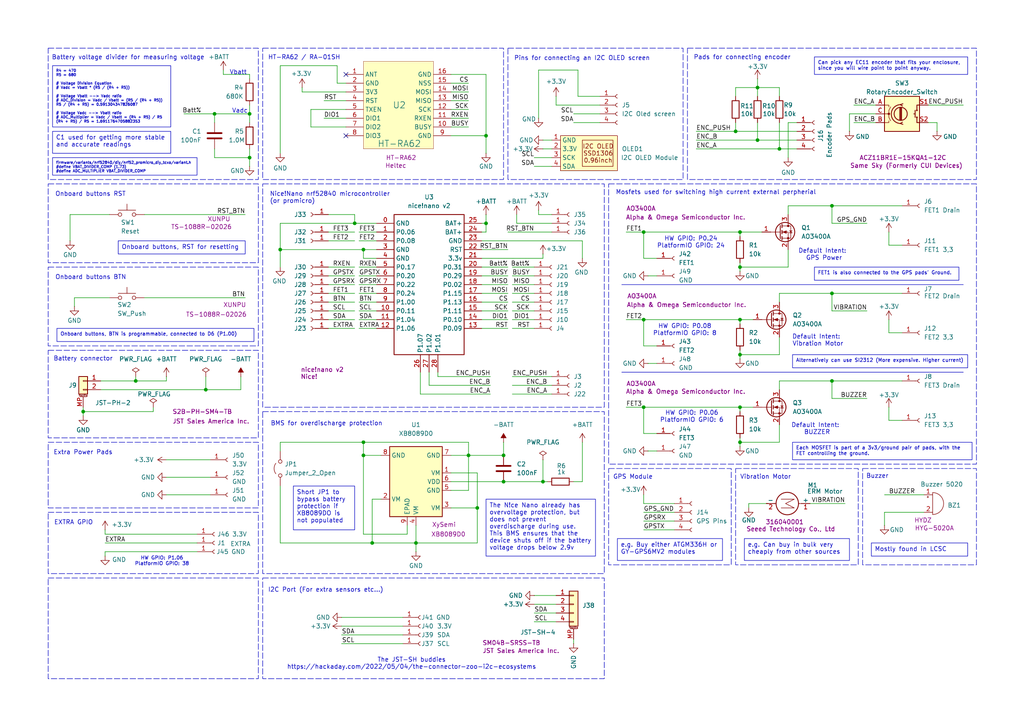
<source format=kicad_sch>
(kicad_sch (version 20250114) (generator "eeschema") (generator_version "9.0")
  (paper "A4")
  (title_block (title "roTec v5 (faketec v5 fork)") (date "2025-03-19") (rev "4"))
  (rectangle (start 13.97 77.47) (end 74.93 100.33) (stroke (width 0) (type dash)))
  (rectangle (start 176.53 135.89) (end 212.09 163.83) (stroke (width 0) (type dash)))
  (rectangle (start 213.36 135.89) (end 248.92 163.83) (stroke (width 0) (type dash)))
  (rectangle (start 13.97 13.97) (end 74.93 52.07) (stroke (width 0) (type dash)))
  (rectangle (start 147.32 13.97) (end 198.12 52.07) (stroke (width 0) (type dash)))
  (rectangle (start 76.2 13.97) (end 146.05 52.07) (stroke (width 0) (type dash)))
  (rectangle (start 13.97 167.64) (end 74.93 196.85) (stroke (width 0) (type dash)))
  (rectangle (start 13.97 53.34) (end 74.93 76.2) (stroke (width 0) (type dash)))
  (rectangle (start 176.53 53.34) (end 283.21 134.62) (stroke (width 0) (type dash)))
  (rectangle (start 76.2 167.64) (end 175.26 196.85) (stroke (width 0) (type dash)))
  (rectangle (start 199.39 13.97) (end 283.21 52.07) (stroke (width 0) (type dash)))
  (rectangle (start 13.97 101.6) (end 74.93 127) (stroke (width 0) (type dash)))
  (rectangle (start 13.97 128.27) (end 74.93 147.32) (stroke (width 0) (type dash)))
  (rectangle (start 76.2 53.34) (end 175.26 118.11) (stroke (width 0) (type dash)))
  (rectangle (start 76.2 119.38) (end 175.26 166.37) (stroke (width 0) (type dash)))
  (rectangle (start 250.19 135.89) (end 283.21 163.83) (stroke (width 0) (type dash)))
  (rectangle (start 13.97 148.59) (end 74.93 166.37) (stroke (width 0) (type dash)))
  (text "GPS Module" (at 177.8 138.43 0) (effects (font (size 1.27 1.27)) (justify left)))
  (text "I2C Port (For extra sensors etc...)" (at 77.724 171.196 0) (effects (font (size 1.27 1.27)) (justify left)))
  (text "Nice!Nano nrf52840 microcontroller\n(or promicro)" (at 78.232 57.404 0) (effects (font (size 1.27 1.27)) (justify left)))
  (text "Pads for connecting encoder" (at 201.168 16.002 0) (effects (font (size 1.27 1.27)) (justify left top)))
  (text "Default Intent: \nGPS Power" (at 239.014 73.914 0) (effects (font (size 1.27 1.27))))
  (text "Mosfets used for switching high current external perpherial" (at 178.562 55.88 0) (effects (font (size 1.27 1.27)) (justify left)))
  (text "BMS for overdischarge protection" (at 78.486 122.936 0) (effects (font (size 1.27 1.27)) (justify left)))
  (text "The JST-SH buddies\nhttps://hackaday.com/2022/05/04/the-connector-zoo-i2c-ecosystems" (at 119.38 192.532 0) (effects (font (size 1.27 1.27))))
  (text "Extra Power Pads" (at 15.494 131.318 0) (effects (font (size 1.27 1.27)) (justify left)))
  (text "Battery voltage divider for measuring voltage" (at 14.986 16.764 0) (effects (font (size 1.27 1.27)) (justify left)))
  (text "Reference Schematic For DIY Meshtastic:\nhttps://github.com/meshtastic/firmware/blob/develop/variants/nrf52840/diy/nrf52_promicro_diy_tcxo/Schematic_Pro-micro_Pinouts_2025-12-04.pdf\n\nReference Firmware Varables:\nhttps://github.com/meshtastic/firmware/blob/develop/variants/nrf52840/diy/nrf52_promicro_diy_tcxo/variant.h" (at 133.096 -7.874 0) (effects (font (size 1.27 1.27))))
  (text "Vibration Motor" (at 214.63 138.43 0) (effects (font (size 1.27 1.27)) (justify left)))
  (text "HW GPIO: P0.24\nPlatformIO GPIO: 24" (at 200.406 70.358 0) (effects (font (size 1.27 1.27))))
  (text "HW GPIO: P0.06\nPlatformIO GPIO: 6" (at 200.66 120.904 0) (effects (font (size 1.27 1.27))))
  (text "HT-RA62 / RA-01SH" (at 77.724 16.764 0) (effects (font (size 1.27 1.27)) (justify left)))
  (text "HW GPIO: P1.06\nPlatformIO GPIO: 38" (at 46.99 162.814 0) (effects (font (size 1.016 1.016))))
  (text "Onboard buttons RST" (at 16.002 56.388 0) (effects (font (size 1.27 1.27)) (justify left)))
  (text "EXTRA GPIO" (at 21.336 151.638 0) (effects (font (size 1.27 1.27))))
  (text "Battery connector" (at 15.494 104.14 0) (effects (font (size 1.27 1.27)) (justify left)))
  (text "HW GPIO: P0.08\nPlatformIO GPIO: 8" (at 198.628 95.758 0) (effects (font (size 1.27 1.27))))
  (text "Buzzer" (at 251.206 138.176 0) (effects (font (size 1.27 1.27)) (justify left)))
  (text "Default Intent: \nVibration Motor" (at 237.236 98.806 0) (effects (font (size 1.27 1.27))))
  (text "Vadc" (at 69.596 32.258 0) (effects (font (size 1.27 1.27))))
  (text "Vbatt" (at 69.088 21.082 0) (effects (font (size 1.27 1.27))))
  (text "Onboard buttons BTN" (at 16.002 80.518 0) (effects (font (size 1.27 1.27)) (justify left)))
  (text "Pins for connecting an I2C OLED screen\n" (at 149.098 16.256 0) (effects (font (size 1.27 1.27)) (justify left top)))
  (text "Default Intent: \nBUZZER" (at 236.982 124.46 0) (effects (font (size 1.27 1.27))))
  (text_box "FET1 is also connected to the GPS pads' Ground." (at 236.22 77.47 0) (size 41.91 3.81) (margins 0.9525 0.9525 0.9525 0.9525) (effects (font (size 1.016 1.016)) (justify left top)))
  (text_box "Alternatively can use SI2312 (More expensive. Higher current)" (at 229.87 102.87 0) (size 50.8 3.81) (margins 0.9525 0.9525 0.9525 0.9525) (effects (font (size 1.016 1.016)) (justify left top)))
  (text_box "Mostly found in LCSC" (at 252.73 157.48 0) (size 27.94 3.81) (margins 0.9525 0.9525 0.9525 0.9525) (effects (font (size 1.27 1.27)) (justify left top)))
  (text_box "Onboard buttons, BTN is programmable, connected to D6 (P1.00)" (at 16.51 95.25 0) (size 57.15 3.81) (margins 0.9525 0.9525 0.9525 0.9525) (effects (font (size 1.016 1.016)) (justify left top)))
  (text_box "e.g. Buy either ATGM336H or\nGY-GPS6MV2 modules" (at 179.07 156.21 0) (size 30.48 6.35) (margins 0.9525 0.9525 0.9525 0.9525) (effects (font (size 1.27 1.27)) (justify left top)))
  (text_box "Can pick any EC11 encoder that fits your enclosure,\nsince you will wire point to point anyway." (at 236.22 16.51 0) (size 44.45 5.08) (margins 0.9525 0.9525 0.9525 0.9525) (effects (font (size 1.016 1.016)) (justify left top)))
  (text_box "Onboard buttons, RST for resetting" (at 34.29 69.85 0) (size 36.83 3.81) (margins 0.9525 0.9525 0.9525 0.9525) (effects (font (size 1.27 1.27)) (justify left top)))
  (text_box "C1 used for getting more stable and accurate readings" (at 15.24 38.1 0) (size 34.29 6.35) (margins 0.9525 0.9525 0.9525 0.9525) (effects (font (size 1.27 1.27)) (justify left top)))
  (text_box "e.g. Can buy in bulk very cheaply from other sources" (at 215.9 156.21 0) (size 30.48 6.35) (margins 0.9525 0.9525 0.9525 0.9525) (effects (font (size 1.27 1.27)) (justify left top)))
  (text_box "R4 = 470\nR5 = 680\n\n# Voltage Division Equation\n# Vadc = Vbatt * (R5 / (R4 + R5))\n\n# Voltage Vbatt --> Vadc ratio\n# ADC_Division = Vadc / Vbatt = (R5 / (R4 + R5))\nR5 / (R4 + R5) = 0.591304347826087\n\n# Voltage Vadc --> Vbatt ratio\n# ADC_Multiplier = Vadc / Vbatt = (R4 + R5) / R5\n(R4 + R5) / R5 = 1.6911764705882353" (at 15.24 19.05 0) (size 34.29 17.78) (margins 0.9525 0.9525 0.9525 0.9525) (effects (font (size 0.762 0.762)) (justify left top)))
  (text_box "Each MOSFET is part of a 3v3/ground pair of pads, with the FET controlling the ground." (at 229.87 128.27 0) (size 52.07 5.08) (margins 0.9525 0.9525 0.9525 0.9525) (effects (font (size 1.016 1.016)) (justify left top)))
  (text_box "The N!ce Nano already has overvoltage protection, but does not prevent overdischarge during use.\nThis BMS ensures that the device shuts off if the battery voltage drops below 2.9v" (at 140.97 144.78 0) (size 31.75 16.51) (margins 0.9525 0.9525 0.9525 0.9525) (effects (font (size 1.27 1.27)) (justify left top)))
  (text_box "firmware/variants/nrf52840/diy/nrf52_promicro_diy_tcxo/variant.h\n#define VBAT_DIVIDER_COMP (1.73)\n#define ADC_MULTIPLIER VBAT_DIVIDER_COMP\n" (at 15.24 45.72 0) (size 41.91 5.08) (margins 0.9525 0.9525 0.9525 0.9525) (effects (font (size 0.762 0.762)) (justify left top)))
  (text_box "Short JP1 to bypass battery protection if XB8089DO is not populated" (at 85.09 140.97 0) (size 17.78 12.7) (margins 0.9525 0.9525 0.9525 0.9525) (effects (font (size 1.27 1.27)) (justify left top)))
  (junction (at 146.05 139.7))
  (junction (at 107.95 157.48))
  (junction (at 214.63 67.31))
  (junction (at 105.41 132.08))
  (junction (at 39.37 110.49))
  (junction (at 214.63 118.11))
  (junction (at 72.39 45.72))
  (junction (at 214.63 102.87))
  (junction (at 214.63 92.71))
  (junction (at 214.63 128.27))
  (junction (at 59.69 113.03))
  (junction (at 241.3 85.09))
  (junction (at 219.71 25.4))
  (junction (at 213.36 38.1))
  (junction (at 105.41 128.27))
  (junction (at 105.41 72.39))
  (junction (at 157.48 139.7))
  (junction (at 219.71 40.64))
  (junction (at 72.39 33.02))
  (junction (at 81.28 72.39))
  (junction (at 214.63 77.47))
  (junction (at 135.89 132.08))
  (junction (at 226.06 43.18))
  (junction (at 186.69 92.71))
  (junction (at 146.05 132.08))
  (junction (at 140.97 64.77))
  (junction (at 186.69 118.11))
  (junction (at 120.65 157.48))
  (junction (at 241.3 59.69))
  (junction (at 140.97 39.37))
  (junction (at 62.23 33.02))
  (junction (at 24.13 119.38))
  (junction (at 138.43 147.32))
  (junction (at 186.69 67.31))
  (junction (at 241.3 110.49))
  (junction (at 102.87 64.77))
  (no_connect (at 100.33 21.59))
  (no_connect (at 100.33 39.37))
  (wire (pts (xy 104.14 92.71) (xy 109.22 92.71)))
  (wire (pts (xy 31.75 62.23) (xy 20.32 62.23)))
  (wire (pts (xy 93.98 34.29) (xy 100.33 34.29)))
  (wire (pts (xy 104.14 87.63) (xy 109.22 87.63)))
  (wire (pts (xy 154.94 45.72) (xy 160.02 45.72)))
  (wire (pts (xy 41.91 62.23) (xy 71.12 62.23)))
  (wire (pts (xy 156.21 20.32) (xy 156.21 34.29)))
  (wire (pts (xy 100.33 26.67) (xy 87.63 26.67)))
  (wire (pts (xy 228.6 59.69) (xy 228.6 62.23)))
  (wire (pts (xy 87.63 25.4) (xy 87.63 26.67)))
  (wire (pts (xy 62.23 35.56) (xy 62.23 33.02)))
  (wire (pts (xy 219.71 22.86) (xy 219.71 25.4)))
  (wire (pts (xy 186.69 118.11) (xy 186.69 125.73)))
  (wire (pts (xy 95.25 87.63) (xy 102.87 87.63)))
  (wire (pts (xy 156.21 62.23) (xy 156.21 60.96)))
  (wire (pts (xy 246.38 33.02) (xy 246.38 38.1)))
  (wire (pts (xy 104.14 95.25) (xy 109.22 95.25)))
  (wire (pts (xy 99.06 184.15) (xy 116.84 184.15)))
  (wire (pts (xy 269.24 30.48) (xy 279.4 30.48)))
  (wire (pts (xy 118.11 154.94) (xy 105.41 154.94)))
  (wire (pts (xy 29.21 113.03) (xy 59.69 113.03)))
  (wire (pts (xy 105.41 128.27) (xy 81.28 128.27)))
  (wire (pts (xy 214.63 92.71) (xy 218.44 92.71)))
  (wire (pts (xy 228.6 77.47) (xy 228.6 72.39)))
  (wire (pts (xy 104.14 67.31) (xy 109.22 67.31)))
  (wire (pts (xy 157.48 133.35) (xy 157.48 139.7)))
  (wire (pts (xy 95.25 77.47) (xy 102.87 77.47)))
  (wire (pts (xy 104.14 82.55) (xy 109.22 82.55)))
  (wire (pts (xy 124.46 111.76) (xy 124.46 107.95)))
  (wire (pts (xy 148.59 95.25) (xy 154.94 95.25)))
  (wire (pts (xy 105.41 132.08) (xy 110.49 132.08)))
  (wire (pts (xy 254 33.02) (xy 246.38 33.02)))
  (wire (pts (xy 234.95 146.05) (xy 245.11 146.05)))
  (wire (pts (xy 186.69 153.67) (xy 195.58 153.67)))
  (wire (pts (xy 214.63 118.11) (xy 218.44 118.11)))
  (wire (pts (xy 90.17 31.75) (xy 90.17 36.83)))
  (wire (pts (xy 107.95 144.78) (xy 107.95 157.48)))
  (wire (pts (xy 228.6 35.56) (xy 228.6 45.72)))
  (wire (pts (xy 53.34 33.02) (xy 62.23 33.02)))
  (wire (pts (xy 130.81 142.24) (xy 135.89 142.24)))
  (wire (pts (xy 228.6 59.69) (xy 241.3 59.69)))
  (wire (pts (xy 214.63 92.71) (xy 214.63 93.98)))
  (wire (pts (xy 62.23 45.72) (xy 72.39 45.72)))
  (wire (pts (xy 130.81 132.08) (xy 135.89 132.08)))
  (wire (pts (xy 226.06 110.49) (xy 226.06 113.03)))
  (wire (pts (xy 257.81 71.12) (xy 261.62 71.12)))
  (wire (pts (xy 139.7 64.77) (xy 140.97 64.77)))
  (wire (pts (xy 104.14 80.01) (xy 109.22 80.01)))
  (wire (pts (xy 59.69 109.22) (xy 59.69 113.03)))
  (wire (pts (xy 186.69 118.11) (xy 214.63 118.11)))
  (wire (pts (xy 135.89 142.24) (xy 135.89 132.08)))
  (wire (pts (xy 226.06 43.18) (xy 231.14 43.18)))
  (wire (pts (xy 257.81 71.12) (xy 257.81 67.31)))
  (wire (pts (xy 186.69 151.13) (xy 195.58 151.13)))
  (wire (pts (xy 149.86 62.23) (xy 149.86 64.77)))
  (wire (pts (xy 226.06 27.94) (xy 226.06 25.4)))
  (wire (pts (xy 44.45 119.38) (xy 44.45 118.11)))
  (wire (pts (xy 214.63 128.27) (xy 226.06 128.27)))
  (wire (pts (xy 139.7 92.71) (xy 147.32 92.71)))
  (wire (pts (xy 147.32 67.31) (xy 160.02 67.31)))
  (wire (pts (xy 154.94 172.72) (xy 161.29 172.72)))
  (wire (pts (xy 201.93 38.1) (xy 213.36 38.1)))
  (wire (pts (xy 214.63 102.87) (xy 226.06 102.87)))
  (wire (pts (xy 139.7 95.25) (xy 147.32 95.25)))
  (wire (pts (xy 226.06 102.87) (xy 226.06 97.79)))
  (wire (pts (xy 201.93 43.18) (xy 226.06 43.18)))
  (wire (pts (xy 214.63 104.14) (xy 214.63 102.87)))
  (wire (pts (xy 167.64 20.32) (xy 167.64 27.94)))
  (wire (pts (xy 241.3 90.17) (xy 251.46 90.17)))
  (wire (pts (xy 139.7 85.09) (xy 147.32 85.09)))
  (wire (pts (xy 146.05 128.27) (xy 146.05 132.08)))
  (wire (pts (xy 81.28 19.05) (xy 81.28 44.45)))
  (wire (pts (xy 62.23 33.02) (xy 72.39 33.02)))
  (wire (pts (xy 214.63 77.47) (xy 214.63 76.2)))
  (wire (pts (xy 30.48 157.48) (xy 57.15 157.48)))
  (wire (pts (xy 241.3 110.49) (xy 261.62 110.49)))
  (wire (pts (xy 64.77 20.32) (xy 64.77 21.59)))
  (wire (pts (xy 140.97 39.37) (xy 130.81 39.37)))
  (wire (pts (xy 139.7 77.47) (xy 147.32 77.47)))
  (wire (pts (xy 181.61 67.31) (xy 186.69 67.31)))
  (wire (pts (xy 100.33 24.13) (xy 97.79 24.13)))
  (wire (pts (xy 269.24 35.56) (xy 271.78 35.56)))
  (wire (pts (xy 29.21 110.49) (xy 39.37 110.49)))
  (wire (pts (xy 157.48 139.7) (xy 158.75 139.7)))
  (wire (pts (xy 99.06 179.07) (xy 116.84 179.07)))
  (wire (pts (xy 130.81 26.67) (xy 135.89 26.67)))
  (wire (pts (xy 130.81 34.29) (xy 135.89 34.29)))
  (wire (pts (xy 102.87 64.77) (xy 109.22 64.77)))
  (wire (pts (xy 139.7 87.63) (xy 147.32 87.63)))
  (wire (pts (xy 166.37 33.02) (xy 173.99 33.02)))
  (wire (pts (xy 41.91 86.36) (xy 71.12 86.36)))
  (wire (pts (xy 271.78 35.56) (xy 271.78 38.1)))
  (wire (pts (xy 120.65 152.4) (xy 120.65 157.48)))
  (wire (pts (xy 24.13 119.38) (xy 44.45 119.38)))
  (wire (pts (xy 48.26 143.51) (xy 60.96 143.51)))
  (wire (pts (xy 138.43 147.32) (xy 138.43 157.48)))
  (wire (pts (xy 166.37 186.69) (xy 166.37 185.42)))
  (wire (pts (xy 139.7 82.55) (xy 147.32 82.55)))
  (wire (pts (xy 121.92 114.3) (xy 121.92 107.95)))
  (wire (pts (xy 104.14 77.47) (xy 109.22 77.47)))
  (wire (pts (xy 130.81 36.83) (xy 135.89 36.83)))
  (wire (pts (xy 139.7 90.17) (xy 147.32 90.17)))
  (wire (pts (xy 64.77 21.59) (xy 72.39 21.59)))
  (wire (pts (xy 186.69 67.31) (xy 186.69 74.93)))
  (wire (pts (xy 130.81 147.32) (xy 138.43 147.32)))
  (wire (pts (xy 167.64 27.94) (xy 173.99 27.94)))
  (wire (pts (xy 138.43 137.16) (xy 138.43 147.32)))
  (wire (pts (xy 135.89 132.08) (xy 146.05 132.08)))
  (wire (pts (xy 148.59 82.55) (xy 154.94 82.55)))
  (wire (pts (xy 214.63 129.54) (xy 214.63 128.27)))
  (wire (pts (xy 30.48 154.94) (xy 57.15 154.94)))
  (wire (pts (xy 222.25 146.05) (xy 217.17 146.05)))
  (wire (pts (xy 140.97 62.23) (xy 140.97 64.77)))
  (wire (pts (xy 226.06 85.09) (xy 241.3 85.09)))
  (wire (pts (xy 148.59 80.01) (xy 154.94 80.01)))
  (wire (pts (xy 256.54 143.51) (xy 267.97 143.51)))
  (wire (pts (xy 186.69 148.59) (xy 195.58 148.59)))
  (wire (pts (xy 72.39 35.56) (xy 72.39 33.02)))
  (wire (pts (xy 241.3 115.57) (xy 251.46 115.57)))
  (wire (pts (xy 217.17 146.05) (xy 217.17 147.32)))
  (wire (pts (xy 257.81 96.52) (xy 261.62 96.52)))
  (wire (pts (xy 48.26 110.49) (xy 48.26 109.22)))
  (wire (pts (xy 99.06 186.69) (xy 116.84 186.69)))
  (wire (pts (xy 247.65 35.56) (xy 254 35.56)))
  (wire (pts (xy 148.59 77.47) (xy 154.94 77.47)))
  (wire (pts (xy 130.81 21.59) (xy 140.97 21.59)))
  (polyline (pts (xy 180.34 107.95) (xy 279.4 107.95)))
  (wire (pts (xy 97.79 19.05) (xy 81.28 19.05)))
  (wire (pts (xy 257.81 121.92) (xy 257.81 118.11)))
  (wire (pts (xy 72.39 43.18) (xy 72.39 45.72)))
  (wire (pts (xy 214.63 78.74) (xy 214.63 77.47)))
  (wire (pts (xy 157.48 40.64) (xy 160.02 40.64)))
  (wire (pts (xy 130.81 139.7) (xy 146.05 139.7)))
  (wire (pts (xy 157.48 74.93) (xy 157.48 73.66)))
  (wire (pts (xy 72.39 21.59) (xy 72.39 22.86)))
  (wire (pts (xy 186.69 143.51) (xy 186.69 146.05)))
  (wire (pts (xy 69.85 109.22) (xy 69.85 113.03)))
  (wire (pts (xy 148.59 85.09) (xy 154.94 85.09)))
  (wire (pts (xy 81.28 64.77) (xy 81.28 72.39)))
  (wire (pts (xy 187.96 130.81) (xy 190.5 130.81)))
  (wire (pts (xy 213.36 25.4) (xy 213.36 27.94)))
  (wire (pts (xy 30.48 160.02) (xy 30.48 161.29)))
  (wire (pts (xy 256.54 148.59) (xy 256.54 152.4)))
  (wire (pts (xy 190.5 74.93) (xy 186.69 74.93)))
  (wire (pts (xy 127 109.22) (xy 142.24 109.22)))
  (wire (pts (xy 118.11 154.94) (xy 118.11 152.4)))
  (wire (pts (xy 146.05 139.7) (xy 157.48 139.7)))
  (wire (pts (xy 219.71 35.56) (xy 219.71 40.64)))
  (wire (pts (xy 62.23 43.18) (xy 62.23 45.72)))
  (wire (pts (xy 48.26 138.43) (xy 60.96 138.43)))
  (wire (pts (xy 104.14 90.17) (xy 109.22 90.17)))
  (wire (pts (xy 214.63 118.11) (xy 214.63 119.38)))
  (wire (pts (xy 220.98 67.31) (xy 214.63 67.31)))
  (wire (pts (xy 81.28 72.39) (xy 81.28 77.47)))
  (wire (pts (xy 24.13 119.38) (xy 24.13 120.65)))
  (wire (pts (xy 241.3 85.09) (xy 261.62 85.09)))
  (wire (pts (xy 100.33 31.75) (xy 90.17 31.75)))
  (wire (pts (xy 95.25 67.31) (xy 102.87 67.31)))
  (wire (pts (xy 109.22 74.93) (xy 105.41 74.93)))
  (wire (pts (xy 105.41 128.27) (xy 135.89 128.27)))
  (wire (pts (xy 95.25 95.25) (xy 102.87 95.25)))
  (wire (pts (xy 241.3 110.49) (xy 241.3 115.57)))
  (wire (pts (xy 104.14 85.09) (xy 109.22 85.09)))
  (wire (pts (xy 157.48 43.18) (xy 160.02 43.18)))
  (wire (pts (xy 30.48 154.94) (xy 30.48 153.67)))
  (wire (pts (xy 39.37 109.22) (xy 39.37 110.49)))
  (wire (pts (xy 116.84 181.61) (xy 99.06 181.61)))
  (wire (pts (xy 154.94 180.34) (xy 161.29 180.34)))
  (wire (pts (xy 81.28 72.39) (xy 105.41 72.39)))
  (wire (pts (xy 213.36 35.56) (xy 213.36 38.1)))
  (wire (pts (xy 72.39 30.48) (xy 72.39 33.02)))
  (wire (pts (xy 95.25 85.09) (xy 102.87 85.09)))
  (wire (pts (xy 148.59 114.3) (xy 160.02 114.3)))
  (wire (pts (xy 124.46 111.76) (xy 142.24 111.76)))
  (wire (pts (xy 95.25 62.23) (xy 102.87 62.23)))
  (wire (pts (xy 219.71 25.4) (xy 213.36 25.4)))
  (wire (pts (xy 140.97 21.59) (xy 140.97 39.37)))
  (wire (pts (xy 107.95 144.78) (xy 110.49 144.78)))
  (wire (pts (xy 95.25 69.85) (xy 102.87 69.85)))
  (wire (pts (xy 187.96 105.41) (xy 190.5 105.41)))
  (wire (pts (xy 219.71 25.4) (xy 226.06 25.4)))
  (wire (pts (xy 24.13 119.38) (xy 24.13 118.11)))
  (wire (pts (xy 139.7 74.93) (xy 157.48 74.93)))
  (wire (pts (xy 121.92 114.3) (xy 142.24 114.3)))
  (wire (pts (xy 154.94 48.26) (xy 160.02 48.26)))
  (wire (pts (xy 95.25 90.17) (xy 102.87 90.17)))
  (wire (pts (xy 130.81 29.21) (xy 135.89 29.21)))
  (wire (pts (xy 190.5 125.73) (xy 186.69 125.73)))
  (wire (pts (xy 97.79 24.13) (xy 97.79 19.05)))
  (wire (pts (xy 59.69 113.03) (xy 69.85 113.03)))
  (wire (pts (xy 156.21 62.23) (xy 160.02 62.23)))
  (wire (pts (xy 140.97 39.37) (xy 140.97 44.45)))
  (wire (pts (xy 156.21 20.32) (xy 167.64 20.32)))
  (wire (pts (xy 219.71 25.4) (xy 219.71 27.94)))
  (wire (pts (xy 154.94 177.8) (xy 161.29 177.8)))
  (wire (pts (xy 166.37 139.7) (xy 168.91 139.7)))
  (wire (pts (xy 72.39 45.72) (xy 72.39 48.26)))
  (wire (pts (xy 251.46 64.77) (xy 241.3 64.77)))
  (wire (pts (xy 148.59 109.22) (xy 160.02 109.22)))
  (wire (pts (xy 139.7 69.85) (xy 168.91 69.85)))
  (wire (pts (xy 120.65 157.48) (xy 138.43 157.48)))
  (wire (pts (xy 127 109.22) (xy 127 107.95)))
  (wire (pts (xy 130.81 24.13) (xy 135.89 24.13)))
  (wire (pts (xy 149.86 64.77) (xy 160.02 64.77)))
  (wire (pts (xy 186.69 92.71) (xy 214.63 92.71)))
  (wire (pts (xy 214.63 128.27) (xy 214.63 127)))
  (wire (pts (xy 20.32 62.23) (xy 20.32 69.85)))
  (wire (pts (xy 187.96 80.01) (xy 190.5 80.01)))
  (wire (pts (xy 186.69 67.31) (xy 214.63 67.31)))
  (wire (pts (xy 190.5 100.33) (xy 186.69 100.33)))
  (wire (pts (xy 161.29 27.94) (xy 161.29 30.48)))
  (wire (pts (xy 168.91 74.93) (xy 168.91 69.85)))
  (wire (pts (xy 30.48 160.02) (xy 57.15 160.02)))
  (wire (pts (xy 130.81 137.16) (xy 138.43 137.16)))
  (wire (pts (xy 214.63 77.47) (xy 228.6 77.47)))
  (wire (pts (xy 267.97 148.59) (xy 256.54 148.59)))
  (wire (pts (xy 226.06 128.27) (xy 226.06 123.19)))
  (wire (pts (xy 140.97 64.77) (xy 140.97 67.31)))
  (wire (pts (xy 148.59 87.63) (xy 154.94 87.63)))
  (wire (pts (xy 120.65 157.48) (xy 120.65 160.02)))
  (wire (pts (xy 81.28 140.97) (xy 81.28 157.48)))
  (wire (pts (xy 95.25 82.55) (xy 102.87 82.55)))
  (wire (pts (xy 214.63 102.87) (xy 214.63 101.6)))
  (wire (pts (xy 148.59 90.17) (xy 154.94 90.17)))
  (wire (pts (xy 201.93 40.64) (xy 219.71 40.64)))
  (wire (pts (xy 21.59 86.36) (xy 21.59 88.9)))
  (wire (pts (xy 226.06 35.56) (xy 226.06 43.18)))
  (wire (pts (xy 95.25 92.71) (xy 102.87 92.71)))
  (wire (pts (xy 148.59 92.71) (xy 154.94 92.71)))
  (wire (pts (xy 95.25 80.01) (xy 102.87 80.01)))
  (wire (pts (xy 105.41 154.94) (xy 105.41 132.08)))
  (wire (pts (xy 257.81 121.92) (xy 261.62 121.92)))
  (wire (pts (xy 213.36 38.1) (xy 231.14 38.1)))
  (wire (pts (xy 226.06 110.49) (xy 241.3 110.49)))
  (wire (pts (xy 181.61 92.71) (xy 186.69 92.71)))
  (wire (pts (xy 148.59 111.76) (xy 160.02 111.76)))
  (wire (pts (xy 39.37 110.49) (xy 48.26 110.49)))
  (wire (pts (xy 214.63 67.31) (xy 214.63 68.58)))
  (wire (pts (xy 168.91 128.27) (xy 168.91 139.7)))
  (wire (pts (xy 228.6 35.56) (xy 231.14 35.56)))
  (wire (pts (xy 31.75 86.36) (xy 21.59 86.36)))
  (wire (pts (xy 60.96 133.35) (xy 48.26 133.35)))
  (wire (pts (xy 241.3 59.69) (xy 261.62 59.69)))
  (wire (pts (xy 107.95 157.48) (xy 120.65 157.48)))
  (wire (pts (xy 90.17 36.83) (xy 100.33 36.83)))
  (wire (pts (xy 81.28 157.48) (xy 107.95 157.48)))
  (wire (pts (xy 241.3 59.69) (xy 241.3 64.77)))
  (wire (pts (xy 104.14 69.85) (xy 109.22 69.85)))
  (wire (pts (xy 161.29 30.48) (xy 173.99 30.48)))
  (wire (pts (xy 105.41 74.93) (xy 105.41 72.39)))
  (wire (pts (xy 186.69 146.05) (xy 195.58 146.05)))
  (wire (pts (xy 105.41 72.39) (xy 109.22 72.39)))
  (wire (pts (xy 166.37 35.56) (xy 173.99 35.56)))
  (wire (pts (xy 139.7 72.39) (xy 147.32 72.39)))
  (wire (pts (xy 81.28 64.77) (xy 102.87 64.77)))
  (wire (pts (xy 241.3 85.09) (xy 241.3 90.17)))
  (wire (pts (xy 186.69 92.71) (xy 186.69 100.33)))
  (wire (pts (xy 102.87 62.23) (xy 102.87 64.77)))
  (wire (pts (xy 130.81 31.75) (xy 135.89 31.75)))
  (wire (pts (xy 135.89 128.27) (xy 135.89 132.08)))
  (wire (pts (xy 257.81 96.52) (xy 257.81 92.71)))
  (wire (pts (xy 81.28 128.27) (xy 81.28 130.81)))
  (polyline (pts (xy 180.34 82.55) (xy 279.4 82.55)))
  (wire (pts (xy 139.7 80.01) (xy 147.32 80.01)))
  (wire (pts (xy 93.98 29.21) (xy 100.33 29.21)))
  (wire (pts (xy 139.7 67.31) (xy 140.97 67.31)))
  (wire (pts (xy 105.41 132.08) (xy 105.41 128.27)))
  (wire (pts (xy 181.61 118.11) (xy 186.69 118.11)))
  (wire (pts (xy 226.06 87.63) (xy 226.06 85.09)))
  (wire (pts (xy 161.29 175.26) (xy 154.94 175.26)))
  (wire (pts (xy 247.65 30.48) (xy 254 30.48)))
  (wire (pts (xy 219.71 40.64) (xy 231.14 40.64)))
  (label "SCL" (at 158.75 180.34 180))
  (label "SDA" (at 154.94 48.26 180))
  (label "RST_BTN" (at 71.12 62.23 180))
  (label "FET2" (at 181.61 92.71 0))
  (label "SCK" (at 135.89 31.75 180))
  (label "FET1" (at 181.61 67.31 0))
  (label "BTN" (at 104.14 87.63 0))
  (label "MOSI" (at 153.67 85.09 180))
  (label "BUSY" (at 153.67 80.01 180))
  (label "FET3" (at 181.61 118.11 0))
  (label "MISO" (at 153.67 82.55 180))
  (label "RST" (at 93.98 29.21 0))
  (label "Batt%" (at 58.42 33.02 180))
  (label "RST_BTN" (at 154.94 67.31 180))
  (label "EXTRA" (at 104.14 95.25 0))
  (label "ENC_A" (at 201.93 43.18 0))
  (label "VIBRATION" (at 251.46 90.17 180))
  (label "SCL" (at 102.87 186.69 180))
  (label "ENC_A" (at 158.75 114.3 180))
  (label "CS" (at 153.67 87.63 180))
  (label "CS" (at 135.89 24.13 180))
  (label "Batt%" (at 147.32 77.47 180))
  (label "DIO1" (at 93.98 34.29 0))
  (label "DIO1" (at 147.32 92.71 180))
  (label "RXEN" (at 104.14 77.47 0))
  (label "ENC_B" (at 158.75 111.76 180))
  (label "GPSTX" (at 186.69 153.67 0))
  (label "SCL" (at 104.14 90.17 0))
  (label "GPSRX" (at 104.14 82.55 0))
  (label "SCL" (at 154.94 45.72 180))
  (label "FET3" (at 96.52 67.31 0))
  (label "SDA" (at 166.37 35.56 180))
  (label "BUSY" (at 135.89 36.83 180))
  (label "GPSTX" (at 96.52 80.01 0))
  (label "ENC_A" (at 247.65 30.48 0))
  (label "BUZZER" (at 251.46 115.57 180))
  (label "VIBRATION" (at 245.11 146.05 180))
  (label "GPS_GND" (at 186.69 148.59 0))
  (label "CS" (at 147.32 87.63 180))
  (label "RXEN" (at 135.89 34.29 180))
  (label "GPSTX" (at 104.14 80.01 0))
  (label "ENC_A" (at 142.24 114.3 180))
  (label "MISO" (at 147.32 82.55 180))
  (label "FET2" (at 104.14 69.85 0))
  (label "FET3" (at 104.14 67.31 0))
  (label "SCK" (at 147.32 90.17 180))
  (label "GPS_GND" (at 251.46 64.77 180))
  (label "SDA" (at 96.52 92.71 0))
  (label "Batt%" (at 153.67 77.47 180))
  (label "ENC_PUSH" (at 142.24 109.22 180))
  (label "RST" (at 153.67 95.25 180))
  (label "BTN" (at 96.52 87.63 0))
  (label "RST_BTN" (at 147.32 72.39 180))
  (label "SDA" (at 102.87 184.15 180))
  (label "MISO" (at 135.89 29.21 180))
  (label "SDA" (at 104.14 92.71 0))
  (label "ENC_PUSH" (at 269.24 30.48 0))
  (label "BUSY" (at 147.32 80.01 180))
  (label "EXTRA" (at 96.52 95.25 0))
  (label "GPSRX" (at 186.69 151.13 0))
  (label "GPSRX" (at 96.52 82.55 0))
  (label "ENC_B" (at 201.93 40.64 0))
  (label "FET1" (at 104.14 85.09 0))
  (label "ENC_PUSH" (at 158.75 109.22 180))
  (label "SCL" (at 166.37 33.02 180))
  (label "RST" (at 147.32 95.25 180))
  (label "RXEN" (at 96.52 77.47 0))
  (label "BUZZER" (at 265.43 143.51 180))
  (label "SCL" (at 96.52 90.17 0))
  (label "ENC_B" (at 142.24 111.76 180))
  (label "SDA" (at 158.75 177.8 180))
  (label "MOSI" (at 135.89 26.67 180))
  (label "MOSI" (at 147.32 85.09 180))
  (label "DIO1" (at 153.67 92.71 180))
  (label "ENC_B" (at 247.65 35.56 0))
  (label "SCK" (at 153.67 90.17 180))
  (label "EXTRA" (at 30.48 157.48 0))
  (label "BTN" (at 67.31 86.36 0))
  (label "FET1" (at 96.52 85.09 0))
  (label "FET2" (at 96.52 69.85 0))
  (label "ENC_PUSH" (at 201.93 38.1 0))
  (symbol (lib_id "Nice_Nano:nice!nano v2") (at 124.46 82.55 0) (unit 1)
    (property "Reference" "U3" (at 124.46 57.15 0))
    (property "Value" "nice!nano v2" (at 124.46 59.69 0))
    (property "Footprint" "faketec:NICE!NANO and pro-micro V2_2 SMD" (effects (hide yes)))
    (property "Datasheet" "https://nicekeyboards.com/docs/nice-nano/pinout-schematic" (effects (hide yes)))
    (property "Description" "NRF52840 Development Board" (effects (hide yes)))
    (property "Manufacturer" "Nice!" (at 89.662 109.22 0))
    (property "MPN" "nice!nano v2" (at 93.472 107.188 0))
    (property "MPD" "Pro NRF52840 Development Board Compatible with Nice!Nano V2.0 Bluetooth Charging Management Pro Micro NRF52840" (effects (hide yes)))
    (property "MPL" "https://www.aliexpress.com/item/1005010222966695.html" (effects (hide yes)))
    (property "Package" "nice!nano v2" (effects (hide yes)))
    (property "Shopping" "https://www.aliexpress.com/w/wholesale-NRF52840-1%2525252d10PCS.html" (effects (hide yes)))
  )
  (symbol (lib_id "power:GND") (at 187.96 80.01 270) (unit 1)
    (property "Reference" "#PWR041" (effects (hide yes)))
    (property "Value" "GND" (at 182.626 80.01 90))
    (property "Description" "Power symbol creates a global label with name \"GND\" , ground" (effects (hide yes)))
  )
  (symbol (lib_id "power:GND") (at 48.26 143.51 270) (unit 1)
    (property "Reference" "#PWR043" (effects (hide yes)))
    (property "Value" "GND" (at 42.926 143.51 90))
    (property "Description" "Power symbol creates a global label with name \"GND\" , ground" (effects (hide yes)))
  )
  (symbol (lib_id "power:GND") (at 246.38 38.1 0) (unit 1)
    (property "Reference" "#PWR09" (effects (hide yes)))
    (property "Value" "GND" (at 250.19 39.624 0))
    (property "Description" "Power symbol creates a global label with name \"GND\" , ground" (effects (hide yes)))
  )
  (symbol (lib_id "Connector:Conn_01x01_Socket") (at 165.1 67.31 0) (unit 1) (in_bom no)
    (property "Reference" "J36" (at 166.37 67.31 0) (effects (justify left)))
    (property "Footprint" "faketec:TestPoint_Pad_Slim_D0.6mm" (effects (hide yes)))
  )
  (symbol (lib_id "power:GND") (at 156.21 34.29 0) (unit 1)
    (property "Reference" "#PWR02" (effects (hide yes)))
    (property "Value" "GND" (at 153.416 34.544 0))
    (property "Description" "Power symbol creates a global label with name \"GND\" , ground" (effects (hide yes)))
  )
  (symbol (lib_id "Connector:Conn_01x01_Socket") (at 90.17 95.25 180) (unit 1) (in_bom no)
    (property "Reference" "J23" (at 88.9 95.25 0) (effects (justify left)))
    (property "Footprint" "faketec:TestPoint_Pad_Slim_D0.6mm" (effects (hide yes)))
    (property "Description" "Generic connector, single row, 01x01, script generated" (effects (hide yes)))
  )
  (symbol (lib_id "Connector:Conn_01x01_Socket") (at 121.92 184.15 0) (unit 1) (in_bom no)
    (property "Reference" "J39" (at 122.174 184.15 0) (effects (justify left)))
    (property "Value" "SDA" (at 126.746 184.15 0) (effects (justify left)))
    (property "Footprint" "faketec:SMD_PAD_1x01" (effects (hide yes)))
    (property "Description" "Generic connector, single row, 01x01, script generated" (effects (hide yes)))
  )
  (symbol (lib_id "power:GND") (at 187.96 105.41 270) (unit 1)
    (property "Reference" "#PWR040" (effects (hide yes)))
    (property "Value" "GND" (at 182.626 105.41 90))
    (property "Description" "Power symbol creates a global label with name \"GND\" , ground" (effects (hide yes)))
  )
  (symbol (lib_id "power:GND") (at 72.39 48.26 0) (mirror y) (unit 1)
    (property "Reference" "#PWR017" (effects (hide yes)))
    (property "Value" "GND" (at 68.834 49.53 0))
    (property "Description" "Power symbol creates a global label with name \"GND\" , ground" (effects (hide yes)))
  )
  (symbol (lib_id "power:-BATT") (at 69.85 109.22 0) (unit 1)
    (property "Reference" "#PWR020" (effects (hide yes)))
    (property "Value" "-BATT" (at 69.85 104.14 0))
    (property "Description" "Power symbol creates a global label with name \"-BATT\"" (effects (hide yes)))
  )
  (symbol (lib_id "Device:R") (at 162.56 139.7 90) (unit 1)
    (property "Reference" "R6" (at 162.814 135.128 90))
    (property "Value" "1k" (at 162.814 136.906 90))
    (property "Footprint" "Resistor_SMD:R_0805_2012Metric_Pad1.20x1.40mm_HandSolder" (effects (hide yes)))
    (property "Description" "Resistor" (effects (hide yes)))
    (property "Package" "0805" (effects (hide yes)))
    (property "Shopping" "https://www.lcsc.com/search?q=1k%25200805&s_z=n_1k%25200805" (effects (hide yes)))
  )
  (symbol (lib_id "power:GND") (at 120.65 160.02 0) (unit 1)
    (property "Reference" "#PWR05" (effects (hide yes)))
    (property "Value" "GND" (at 120.65 164.084 0))
    (property "Description" "Power symbol creates a global label with name \"GND\" , ground" (effects (hide yes)))
  )
  (symbol (lib_id "Connector:Conn_01x01_Socket") (at 62.23 160.02 0) (unit 1) (in_bom no)
    (property "Reference" "J45" (at 62.738 160.02 0) (effects (justify left)))
    (property "Value" "GND" (at 67.056 160.02 0) (effects (justify left)))
    (property "Footprint" "faketec:SMD_PAD_1x01" (effects (hide yes)))
  )
  (symbol (lib_id "Connector:Conn_01x01_Socket") (at 121.92 181.61 0) (unit 1) (in_bom no)
    (property "Reference" "J40" (at 122.174 181.61 0) (effects (justify left)))
    (property "Value" "3.3V" (at 126.746 181.61 0) (effects (justify left)))
    (property "Footprint" "faketec:SMD_PAD_1x01" (effects (hide yes)))
    (property "Description" "Generic connector, single row, 01x01, script generated" (effects (hide yes)))
  )
  (symbol (lib_id "Connector:Conn_01x01_Socket") (at 66.04 143.51 0) (unit 1) (in_bom no)
    (property "Reference" "J51" (at 67.31 142.2399 0) (effects (justify left)))
    (property "Value" "GND" (at 67.31 144.7799 0) (effects (justify left)))
    (property "Footprint" "faketec:SMD_PAD_1x01" (effects (hide yes)))
    (property "Description" "Generic connector, single row, 01x01, script generated" (effects (hide yes)))
  )
  (symbol (lib_id "Connector:Conn_01x01_Socket") (at 66.04 138.43 0) (unit 1) (in_bom no)
    (property "Reference" "J52" (at 67.31 137.1599 0) (effects (justify left)))
    (property "Value" "GND" (at 67.31 139.6999 0) (effects (justify left)))
    (property "Footprint" "faketec:SMD_PAD_1x01" (effects (hide yes)))
    (property "Description" "Generic connector, single row, 01x01, script generated" (effects (hide yes)))
  )
  (symbol (lib_id "Connector:Conn_01x01_Socket") (at 90.17 77.47 180) (unit 1) (in_bom no)
    (property "Reference" "J30" (at 88.9 77.47 0) (effects (justify left)))
    (property "Footprint" "faketec:TestPoint_Pad_Slim_D0.6mm" (effects (hide yes)))
  )
  (symbol (lib_id "power:+3.3V") (at 87.63 25.4 0) (unit 1)
    (property "Reference" "#PWR03" (effects (hide yes)))
    (property "Value" "+3.3V" (at 87.376 21.336 0))
    (property "Description" "Power symbol creates a global label with name \"+3.3V\"" (effects (hide yes)))
  )
  (symbol (lib_id "power:PWR_FLAG") (at 157.48 133.35 0) (unit 1)
    (property "Reference" "#FLG03" (effects (hide yes)))
    (property "Value" "PWR_FLAG" (at 157.48 128.27 0))
    (property "Description" "Special symbol for telling ERC where power comes from" (effects (hide yes)))
  )
  (symbol (lib_id "Connector:Conn_01x01_Socket") (at 62.23 157.48 0) (unit 1) (in_bom no)
    (property "Reference" "J1" (at 62.992 157.48 0) (effects (justify left)))
    (property "Value" "EXTRA" (at 66.802 157.734 0) (effects (justify left)))
    (property "Footprint" "faketec:SMD_PAD_1x01" (effects (hide yes)))
  )
  (symbol (lib_id "Connector:Conn_01x01_Socket") (at 165.1 114.3 0) (unit 1) (in_bom no)
    (property "Reference" "J22" (at 166.37 114.3 0) (effects (justify left)))
    (property "Footprint" "faketec:TestPoint_Pad_Slim_D0.6mm" (effects (hide yes)))
  )
  (symbol (lib_id "power:+3.3V") (at 157.48 43.18 90) (unit 1)
    (property "Reference" "#PWR045" (effects (hide yes)))
    (property "Value" "+3.3V" (at 151.638 43.18 90))
    (property "Description" "Power symbol creates a global label with name \"+3.3V\"" (effects (hide yes)))
  )
  (symbol (lib_id "Device:R") (at 72.39 39.37 0) (mirror y) (unit 1)
    (property "Reference" "R5" (at 68.072 38.1 0) (effects (justify right)))
    (property "Value" "1.0M" (at 66.294 40.64 0) (effects (justify right)))
    (property "Footprint" "Resistor_SMD:R_0805_2012Metric_Pad1.20x1.40mm_HandSolder" (effects (hide yes)))
    (property "Description" "Resistor" (effects (hide yes)))
    (property "Package" "0805" (effects (hide yes)))
    (property "Shopping" "https://www.lcsc.com/search?q=1M%25200805&s_z=n_1M%25200805" (effects (hide yes)))
  )
  (symbol (lib_id "Device:Buzzer") (at 270.51 146.05 0) (unit 1)
    (property "Reference" "BZ1" (at 274.828 146.558 0) (effects (justify left)))
    (property "Value" "Buzzer 5020" (at 266.954 140.462 0) (effects (justify left)))
    (property "Footprint" "faketec:Buzzer_5020" (effects (hide yes)))
    (property "Datasheet" "https://www.lcsc.com/datasheet/C7544810.pdf" (effects (hide yes)))
    (property "Description" "Buzzer, polarized" (effects (hide yes)))
    (property "Shopping" "https://www.lcsc.com/search?q=Buzzer_5020&s_z=n_Buzzer_5020" (effects (hide yes)))
    (property "MPN" "HYG-5020A" (at 271.018 153.162 0))
    (property "Manufacturer" "HYDZ" (at 267.716 150.876 0))
    (property "Package" "SMD,5x5mm" (effects (hide yes)))
    (property "MPD" "75dB 4kHz 3V SMD,5x5mm Alarms, Buzzers, and Sirens RoHS" (effects (hide yes)))
    (property "MPL" "https://www.lcsc.com/product-detail/C7544810.html?s_z=n_buzzer%25205020" (effects (hide yes)))
  )
  (symbol (lib_id "power:GND") (at 81.28 44.45 0) (unit 1)
    (property "Reference" "#PWR04" (effects (hide yes)))
    (property "Value" "GND" (at 81.28 48.768 0))
    (property "Description" "Power symbol creates a global label with name \"GND\" , ground" (effects (hide yes)))
  )
  (symbol (lib_id "Device:C") (at 62.23 39.37 0) (mirror y) (unit 1)
    (property "Reference" "C1" (at 58.42 38.0999 0) (effects (justify left)))
    (property "Value" "100nF" (at 58.42 40.6399 0) (effects (justify left)))
    (property "Footprint" "Capacitor_SMD:C_0805_2012Metric_Pad1.18x1.45mm_HandSolder" (effects (hide yes)))
    (property "Description" "Unpolarized capacitor" (effects (hide yes)))
    (property "Package" "0805" (effects (hide yes)))
    (property "Shopping" "https://www.lcsc.com/search?q=100nF%25200805&s_z=n_100nF%25200805" (effects (hide yes)))
  )
  (symbol (lib_id "Connector:Conn_01x01_Socket") (at 160.02 87.63 0) (unit 1) (in_bom no)
    (property "Reference" "J17" (at 161.29 87.63 0) (effects (justify left)))
    (property "Footprint" "faketec:TestPoint_Pad_Slim_D0.6mm" (effects (hide yes)))
  )
  (symbol (lib_id "power:+3.3V") (at 156.21 60.96 0) (unit 1)
    (property "Reference" "#PWR025" (effects (hide yes)))
    (property "Value" "+3.3V" (at 156.21 56.642 0))
    (property "Description" "Power symbol creates a global label with name \"+3.3V\"" (effects (hide yes)))
  )
  (symbol (lib_id "power:GND") (at 214.63 104.14 0) (unit 1)
    (property "Reference" "#PWR015" (effects (hide yes)))
    (property "Value" "GND" (at 218.186 105.41 0))
    (property "Description" "Power symbol creates a global label with name \"GND\" , ground" (effects (hide yes)))
  )
  (symbol (lib_id "power:GND") (at 166.37 186.69 0) (unit 1)
    (property "Reference" "#PWR031" (effects (hide yes)))
    (property "Value" "GND" (at 166.37 192.024 90))
    (property "Description" "Power symbol creates a global label with name \"GND\" , ground" (effects (hide yes)))
  )
  (symbol (lib_id "Connector:Conn_01x01_Socket") (at 66.04 133.35 0) (unit 1) (in_bom no)
    (property "Reference" "J50" (at 67.31 132.0799 0) (effects (justify left)))
    (property "Value" "3.3V" (at 67.31 134.6199 0) (effects (justify left)))
    (property "Footprint" "faketec:SMD_PAD_1x01" (effects (hide yes)))
    (property "Description" "Generic connector, single row, 01x01, script generated" (effects (hide yes)))
  )
  (symbol (lib_id "Connector:Conn_01x01_Socket") (at 195.58 125.73 0) (unit 1) (in_bom no)
    (property "Reference" "J44" (at 196.85 124.4599 0) (effects (justify left)))
    (property "Value" "FET3" (at 196.85 126.9999 0) (effects (justify left)))
    (property "Footprint" "faketec:SMD_PAD_1x01" (effects (hide yes)))
    (property "Description" "Generic connector, single row, 01x01, script generated" (effects (hide yes)))
  )
  (symbol (lib_id "power:+3.3V") (at 48.26 133.35 90) (unit 1)
    (property "Reference" "#PWR042" (effects (hide yes)))
    (property "Value" "+3.3V" (at 41.656 133.35 90))
    (property "Description" "Power symbol creates a global label with name \"+3.3V\"" (effects (hide yes)))
  )
  (symbol (lib_id "Device:RotaryEncoder_Switch") (at 261.62 33.02 0) (unit 1) (exclude_from_sim yes) (on_board no)
    (property "Reference" "SW3" (at 261.62 24.13 0))
    (property "Value" "RotaryEncoder_Switch" (at 261.62 26.67 0))
    (property "Datasheet" "https://www.cuidevices.com/product/resource/acz11.pdf" (effects (hide yes)))
    (property "Description" "Rotary encoder, dual channel, incremental quadrate outputs, with switch" (effects (hide yes)))
    (property "MPD" "EC11 horizontal rotary encoder Plum blossom shaft With switch 15/20mm 5PIN 20bit pulse digital potentiometer With knob cap" (effects (hide yes)))
    (property "MPL" "https://www.aliexpress.com/item/1005010398201852.html or https://www.digikey.com.au/en/products/detail/same-sky-formerly-cui-devices/ACZ11BR1E-15KQA1-12C/1923334" (effects (hide yes)))
    (property "Shopping" "https://www.aliexpress.com/w/wholesale-rotary-encoder-EC11-horizontal.html or https://www.digikey.com.au/short/7v5m7j9j" (effects (hide yes)))
    (property "MPN" "ACZ11BR1E-15KQA1-12C" (at 261.874 45.72 0))
    (property "Manufacturer" "Same Sky (Formerly CUI Devices)" (at 262.89 48.006 0))
    (property "Package" "EC11" (effects (hide yes)))
  )
  (symbol (lib_id "Connector_Generic_MountingPin:Conn_01x04_MountingPin") (at 166.37 175.26 0) (unit 1)
    (property "Reference" "J38" (at 168.91 175.6155 0) (effects (justify left)))
    (property "Value" "JST-SH-4" (at 150.876 183.388 0) (effects (justify left)))
    (property "Footprint" "Connector_JST:JST_SH_SM04B-SRSS-TB_1x04-1MP_P1.00mm_Horizontal" (effects (hide yes)))
    (property "Datasheet" "https://www.jst-mfg.com/product/pdf/eng/eSH.pdf" (effects (hide yes)))
    (property "Description" "Generic connectable mounting pin connector, single row, 01x04, script generated (kicad-library-utils/schlib/autogen/connector/)" (effects (hide yes)))
    (property "MPN" "SM04B-SRSS-TB" (at 148.336 186.436 0))
    (property "Manufacturer" "JST Sales America Inc." (at 151.13 188.722 0))
    (property "MPD" "4P 1x4P Tin 1mm 50V 4 1A 1 Surface Mount, Right Angle -25℃~+85℃ SMD,P=1mm,Surface Mount,Right Angle Headers, Male Pins RoHS" (effects (hide yes)))
    (property "MPL" "https://www.lcsc.com/product-detail/C51940130.html?s_z=n_SM04B-SRSS-TB" (effects (hide yes)))
    (property "Package" "SMD,P=1mm,Surface Mount,Right Angle" (effects (hide yes)))
    (property "Shopping" "https://www.lcsc.com/search?q=SM04B-SRSS-TB&s_z=n_SM04B-SRSS-TB" (effects (hide yes)))
  )
  (symbol (lib_id "Connector:Conn_01x01_Socket") (at 266.7 110.49 0) (unit 1) (in_bom no)
    (property "Reference" "J8" (at 267.97 109.2199 0) (effects (justify left)))
    (property "Value" "FET3 Drain" (at 267.97 111.7599 0) (effects (justify left)))
    (property "Footprint" "faketec:SMD_PAD_1x01" (effects (hide yes)))
    (property "Description" "Generic connector, single row, 01x01, script generated" (effects (hide yes)))
  )
  (symbol (lib_id "Connector:Conn_01x01_Socket") (at 160.02 80.01 0) (unit 1) (in_bom no)
    (property "Reference" "J20" (at 161.29 80.01 0) (effects (justify left)))
    (property "Footprint" "faketec:TestPoint_Pad_Slim_D0.6mm" (effects (hide yes)))
  )
  (symbol (lib_id "Connector:Conn_01x01_Socket") (at 195.58 74.93 0) (unit 1) (in_bom no)
    (property "Reference" "J42" (at 196.85 73.6599 0) (effects (justify left)))
    (property "Value" "FET1" (at 196.85 76.1999 0) (effects (justify left)))
    (property "Footprint" "faketec:SMD_PAD_1x01" (effects (hide yes)))
    (property "Description" "Generic connector, single row, 01x01, script generated" (effects (hide yes)))
  )
  (symbol (lib_id "Connector:Conn_01x04_Socket") (at 236.22 38.1 0) (unit 1) (in_bom no)
    (property "Reference" "J16" (at 237.998 39.37 90))
    (property "Value" "Encoder Pads" (at 240.538 39.116 90))
    (property "Footprint" "faketec:SMD_PAD_1x04" (effects (hide yes)))
    (property "Description" "Generic connector, single row, 01x04, script generated" (effects (hide yes)))
  )
  (symbol (lib_id "faketec:LM25085MY") (at 120.65 139.7 0) (unit 1)
    (property "Reference" "U1" (at 120.65 123.19 0))
    (property "Value" "XB8089D0" (at 120.65 125.73 0))
    (property "Footprint" "Package_SO:SOIC-8-1EP_3.9x4.9mm_P1.27mm_EP2.41x3.3mm" (effects (hide yes)))
    (property "Datasheet" "https://www.lcsc.com/datasheet/lcsc_datasheet_2410121637_XySemi-XB8089D0_C2760005.pdf" (effects (hide yes)))
    (property "Description" "2.9V~6V Lithium-ion/Polymer 1 SOP-8-EP Battery Management ROHS" (effects (hide yes)))
    (property "MPN" "XB8089D0" (at 130.048 154.94 0))
    (property "Manufacturer" "XySemi" (at 128.778 152.146 0))
    (property "MPD" "One Cell Lithium-ion/Polymer Battery Protection IC" (effects (hide yes)))
    (property "MPL" "https://www.lcsc.com/product-detail/C2760005.html?s_z=n_XySemi%2520XB8089D0" (effects (hide yes)))
    (property "Package" "SOIC-8" (effects (hide yes)))
    (property "Shopping" "https://www.lcsc.com/search?q=XB8089D0&s_z=n_XB8089D0" (effects (hide yes)))
  )
  (symbol (lib_id "power:+BATT") (at 140.97 62.23 0) (unit 1)
    (property "Reference" "#PWR011" (effects (hide yes)))
    (property "Value" "+BATT" (at 140.97 58.42 0))
    (property "Description" "Power symbol creates a global label with name \"+BATT\"" (effects (hide yes)))
  )
  (symbol (lib_id "power:+3.3V") (at 154.94 175.26 90) (unit 1)
    (property "Reference" "#PWR030" (effects (hide yes)))
    (property "Value" "+3.3V" (at 148.844 175.26 90))
    (property "Description" "Power symbol creates a global label with name \"+3.3V\"" (effects (hide yes)))
  )
  (symbol (lib_id "Connector:Conn_01x01_Socket") (at 90.17 82.55 180) (unit 1) (in_bom no)
    (property "Reference" "J28" (at 88.9 82.55 0) (effects (justify left)))
    (property "Footprint" "faketec:TestPoint_Pad_Slim_D0.6mm" (effects (hide yes)))
  )
  (symbol (lib_id "Connector:Conn_01x01_Socket") (at 90.17 69.85 180) (unit 1) (in_bom no)
    (property "Reference" "J31" (at 88.9 69.85 0) (effects (justify left)))
    (property "Footprint" "faketec:TestPoint_Pad_Slim_D0.6mm" (effects (hide yes)))
  )
  (symbol (lib_id "Connector:Conn_01x01_Socket") (at 160.02 95.25 0) (unit 1) (in_bom no)
    (property "Reference" "J4" (at 161.29 95.25 0) (effects (justify left)))
    (property "Footprint" "faketec:TestPoint_Pad_Slim_D0.6mm" (effects (hide yes)))
  )
  (symbol (lib_id "Device:R") (at 72.39 26.67 0) (mirror x) (unit 1)
    (property "Reference" "R4" (at 70.612 25.4 0) (effects (justify right)))
    (property "Value" "680K" (at 70.612 27.94 0) (effects (justify right)))
    (property "Footprint" "Resistor_SMD:R_0805_2012Metric_Pad1.20x1.40mm_HandSolder" (effects (hide yes)))
    (property "Description" "Resistor" (effects (hide yes)))
    (property "Package" "0805" (effects (hide yes)))
    (property "Shopping" "https://www.lcsc.com/search?q=680K%25200805&s_z=n_680K%25200805" (effects (hide yes)))
  )
  (symbol (lib_id "Motor:Motor_DC") (at 229.87 146.05 270) (unit 1) (exclude_from_sim yes) (on_board no)
    (property "Reference" "M1" (at 235.712 140.716 90))
    (property "Value" "ERM Motor" (at 239.268 142.494 90))
    (property "Datasheet" "https://mm.digikey.com/Volume0/opasdata/d220001/medias/docus/2234/1020-15-003-001_Spec.pdf" (effects (hide yes)))
    (property "Description" "VIBRATION ERM MOTOR 3V" (effects (hide yes)))
    (property "MPD" "DC Motor Vibration, ERM (Haptic) 3VDC" (effects (hide yes)))
    (property "MPL" "https://www.digikey.com.au/en/products/detail/seeed-technology-co-ltd/316040001/5487672" (effects (hide yes)))
    (property "MPN" "316040001" (at 227.584 151.384 90))
    (property "Manufacturer" "Seeed Technology Co., Ltd" (at 229.362 153.416 90))
    (property "Package" "Wire Leads" (effects (hide yes)))
    (property "Shopping" "https://www.digikey.com.au/short/332zpfdb" (effects (hide yes)))
  )
  (symbol (lib_id "power:GND") (at 24.13 120.65 0) (unit 1)
    (property "Reference" "#PWR01" (effects (hide yes)))
    (property "Value" "GND" (at 24.13 124.714 0))
    (property "Description" "Power symbol creates a global label with name \"GND\" , ground" (effects (hide yes)))
  )
  (symbol (lib_id "power:+BATT") (at 149.86 62.23 0) (unit 1)
    (property "Reference" "#PWR024" (effects (hide yes)))
    (property "Value" "+BATT" (at 149.86 58.42 0))
    (property "Description" "Power symbol creates a global label with name \"+BATT\"" (effects (hide yes)))
  )
  (symbol (lib_id "power:GND") (at 154.94 172.72 270) (unit 1)
    (property "Reference" "#PWR029" (effects (hide yes)))
    (property "Value" "GND" (at 149.606 172.72 90))
    (property "Description" "Power symbol creates a global label with name \"GND\" , ground" (effects (hide yes)))
  )
  (symbol (lib_id "Transistor_FET:AO3400A") (at 223.52 118.11 0) (unit 1)
    (property "Reference" "Q3" (at 229.87 116.8399 0) (effects (justify left)))
    (property "Value" "AO3400A" (at 229.87 119.3799 0) (effects (justify left)))
    (property "Footprint" "Package_TO_SOT_SMD:SOT-23_Handsoldering" (effects (hide yes)))
    (property "Datasheet" "http://www.aosmd.com/pdfs/datasheet/AO3400A.pdf" (effects (hide yes)))
    (property "Description" "30V Vds, 5.7A Id, N-Channel MOSFET, SOT-23" (effects (hide yes)))
    (property "MPN" "AO3400A" (at 185.928 111.252 0))
    (property "Manufacturer" "Alpha & Omega Semiconductor Inc." (at 198.882 113.538 0))
    (property "MPD" "30V 5.7A 48mΩ@2.5V 1.4W SOT-23-3L Single FETs, MOSFETs RoHS" (effects (hide yes)))
    (property "MPL" "https://www.lcsc.com/product-detail/C20917.html?s_z=n_AO3400A" (effects (hide yes)))
    (property "Package" "SOT-23-3L" (effects (hide yes)))
    (property "Shopping" "https://www.lcsc.com/search?q=MOSFET%2520N-CH%2520SOT-23-3L&s_z=n_MOSFET%2520N-CH%2520SOT-23-3L" (effects (hide yes)))
  )
  (symbol (lib_id "Device:R") (at 214.63 123.19 180) (unit 1)
    (property "Reference" "R3" (at 217.17 121.9199 0) (effects (justify right)))
    (property "Value" "10k" (at 217.17 124.4599 0) (effects (justify right)))
    (property "Footprint" "Resistor_SMD:R_0805_2012Metric_Pad1.20x1.40mm_HandSolder" (effects (hide yes)))
    (property "Description" "Resistor" (effects (hide yes)))
    (property "Package" "0805" (effects (hide yes)))
    (property "Shopping" "https://www.lcsc.com/search?q=10K%25200805&s_z=n_10K%25200805" (effects (hide yes)))
  )
  (symbol (lib_id "power:GND") (at 21.59 88.9 0) (unit 1)
    (property "Reference" "#PWR022" (effects (hide yes)))
    (property "Value" "GND" (at 21.59 92.964 0))
    (property "Description" "Power symbol creates a global label with name \"GND\" , ground" (effects (hide yes)))
  )
  (symbol (lib_id "Connector:Conn_01x01_Socket") (at 160.02 85.09 0) (unit 1) (in_bom no)
    (property "Reference" "J18" (at 161.29 85.09 0) (effects (justify left)))
    (property "Footprint" "faketec:TestPoint_Pad_Slim_D0.6mm" (effects (hide yes)))
  )
  (symbol (lib_id "Switch:SW_Push") (at 36.83 86.36 0) (unit 1)
    (property "Reference" "SW2" (at 34.036 88.392 0) (effects (justify left)))
    (property "Value" "SW_Push" (at 34.036 90.932 0) (effects (justify left)))
    (property "Footprint" "faketec:SW_Push_SPST_NO_Alps_SKRK" (effects (hide yes)))
    (property "Datasheet" "https://www.lcsc.com/datasheet/C455280.pdf" (effects (hide yes)))
    (property "Description" "Push button switch, generic, two pins" (effects (hide yes)))
    (property "MPN" "TS-1088R-02026" (at 62.738 91.186 0))
    (property "Manufacturer" "XUNPU" (at 68.072 88.392 0))
    (property "MPD" "Without Bracket 3.9mm 12V 2.93mm Round Button SPST 50mA SMD,4x3mm Tactile Switches RoHS" (effects (hide yes)))
    (property "MPL" "https://www.lcsc.com/product-detail/C455280.html?s_z=n_TS-1088R-02026" (effects (hide yes)))
    (property "Package" "SMD,4x3mm" (effects (hide yes)))
    (property "Shopping" "https://www.lcsc.com/search?q=TS-1088R-02026&s_z=n_TS-1088R-02026" (effects (hide yes)))
  )
  (symbol (lib_id "faketec:I2C OLED Module") (at 163.83 44.45 0) (unit 1) (exclude_from_sim yes) (on_board no)
    (property "Reference" "OLED1" (at 180.34 43.1799 0) (effects (justify left)))
    (property "Value" "I2C OLED Module" (at 180.086 45.72 0) (effects (justify left)))
    (property "Datasheet" "https://cdn-shop.adafruit.com/datasheets/SSD1306.pdf" (effects (hide yes)))
    (property "Description" "I2C OLED Module With Header pin space 2.54mm" (effects (hide yes)))
    (property "MPL" "https://www.aliexpress.com/item/1005008738379315.html" (effects (hide yes)))
    (property "MPD" "0.96 Inch OLED Display Module I2C IIC SPI Serial 128X64 SSD1306 LCD 3.3-5V 4 Pin White/Blue/Yellow Blue for Arduino" (effects (hide yes)))
    (property "Package" "Through Hole" (effects (hide yes)))
    (property "Shopping" "https://www.aliexpress.com/w/wholesale-0.96-Inch-OLED-Display-Module.html" (effects (hide yes)))
  )
  (symbol (lib_id "power:GND") (at 30.48 161.29 0) (unit 1)
    (property "Reference" "#PWR037" (effects (hide yes)))
    (property "Value" "GND" (at 34.544 162.306 0))
    (property "Description" "Power symbol creates a global label with name \"GND\" , ground" (effects (hide yes)))
  )
  (symbol (lib_id "Connector:Conn_01x01_Socket") (at 266.7 59.69 0) (unit 1) (in_bom no)
    (property "Reference" "J6" (at 267.97 58.4199 0) (effects (justify left)))
    (property "Value" "FET1 Drain" (at 267.97 60.9599 0) (effects (justify left)))
    (property "Footprint" "faketec:SMD_PAD_1x01" (effects (hide yes)))
    (property "Description" "Generic connector, single row, 01x01, script generated" (effects (hide yes)))
  )
  (symbol (lib_id "Connector:Conn_01x01_Socket") (at 266.7 121.92 0) (unit 1) (in_bom no)
    (property "Reference" "J13" (at 267.97 120.6499 0) (effects (justify left)))
    (property "Value" "FET3 3,3" (at 267.97 123.1899 0) (effects (justify left)))
    (property "Footprint" "faketec:SMD_PAD_1x01" (effects (hide yes)))
    (property "Description" "Generic connector, single row, 01x01, script generated" (effects (hide yes)))
  )
  (symbol (lib_id "power:+3.3V") (at 257.81 92.71 0) (unit 1)
    (property "Reference" "#PWR033" (effects (hide yes)))
    (property "Value" "+3.3V" (at 257.81 88.9 0))
    (property "Description" "Power symbol creates a global label with name \"+3.3V\"" (effects (hide yes)))
  )
  (symbol (lib_id "Connector:Conn_01x01_Socket") (at 90.17 87.63 180) (unit 1) (in_bom no)
    (property "Reference" "J26" (at 88.9 87.63 0) (effects (justify left)))
    (property "Footprint" "faketec:TestPoint_Pad_Slim_D0.6mm" (effects (hide yes)))
  )
  (symbol (lib_id "Connector:Conn_01x01_Socket") (at 195.58 130.81 0) (unit 1) (in_bom no)
    (property "Reference" "J47" (at 196.85 129.5399 0) (effects (justify left)))
    (property "Value" "GND" (at 196.85 132.0799 0) (effects (justify left)))
    (property "Footprint" "faketec:SMD_PAD_1x01" (effects (hide yes)))
    (property "Description" "Generic connector, single row, 01x01, script generated" (effects (hide yes)))
  )
  (symbol (lib_id "power:+3.3V") (at 219.71 22.86 0) (unit 1)
    (property "Reference" "#PWR048" (effects (hide yes)))
    (property "Value" "+3.3V" (at 219.71 19.304 0))
    (property "Description" "Power symbol creates a global label with name \"+3.3V\"" (effects (hide yes)))
  )
  (symbol (lib_id "Connector:Conn_01x01_Socket") (at 165.1 111.76 0) (unit 1) (in_bom no)
    (property "Reference" "J2" (at 166.37 111.76 0) (effects (justify left)))
    (property "Footprint" "faketec:TestPoint_Pad_Slim_D0.6mm" (effects (hide yes)))
  )
  (symbol (lib_id "power:+3.3V") (at 186.69 143.51 0) (unit 1)
    (property "Reference" "#PWR027" (effects (hide yes)))
    (property "Value" "+3.3V" (at 182.88 141.986 0))
    (property "Description" "Power symbol creates a global label with name \"+3.3V\"" (effects (hide yes)))
  )
  (symbol (lib_id "power:+3.3V") (at 157.48 73.66 0) (unit 1)
    (property "Reference" "#PWR08" (effects (hide yes)))
    (property "Value" "+3.3V" (at 161.29 72.136 0))
    (property "Description" "Power symbol creates a global label with name \"+3.3V\"" (effects (hide yes)))
  )
  (symbol (lib_id "power:+BATT") (at 48.26 109.22 0) (unit 1)
    (property "Reference" "#PWR021" (effects (hide yes)))
    (property "Value" "+BATT" (at 48.26 104.14 0))
    (property "Description" "Power symbol creates a global label with name \"+BATT\"" (effects (hide yes)))
  )
  (symbol (lib_id "power:GND") (at 214.63 78.74 0) (unit 1)
    (property "Reference" "#PWR014" (effects (hide yes)))
    (property "Value" "GND" (at 218.186 80.01 0))
    (property "Description" "Power symbol creates a global label with name \"GND\" , ground" (effects (hide yes)))
  )
  (symbol (lib_id "Connector:Conn_01x01_Socket") (at 165.1 109.22 0) (unit 1) (in_bom no)
    (property "Reference" "J3" (at 166.37 109.22 0) (effects (justify left)))
    (property "Footprint" "faketec:TestPoint_Pad_Slim_D0.6mm" (effects (hide yes)))
  )
  (symbol (lib_id "power:GND") (at 81.28 77.47 0) (unit 1)
    (property "Reference" "#PWR010" (effects (hide yes)))
    (property "Value" "GND" (at 81.026 81.534 0))
    (property "Description" "Power symbol creates a global label with name \"GND\" , ground" (effects (hide yes)))
  )
  (symbol (lib_id "power:+3.3V") (at 30.48 153.67 0) (unit 1)
    (property "Reference" "#PWR038" (effects (hide yes)))
    (property "Value" "+3.3V" (at 35.306 152.146 0))
    (property "Description" "Power symbol creates a global label with name \"+3.3V\"" (effects (hide yes)))
  )
  (symbol (lib_id "Connector:Conn_01x01_Socket") (at 62.23 154.94 0) (unit 1) (in_bom no)
    (property "Reference" "J46" (at 62.992 154.94 0) (effects (justify left)))
    (property "Value" "3.3V" (at 67.31 154.94 0) (effects (justify left)))
    (property "Footprint" "faketec:SMD_PAD_1x01" (effects (hide yes)))
    (property "Description" "Generic connector, single row, 01x01, script generated" (effects (hide yes)))
  )
  (symbol (lib_id "power:+3.3V") (at 99.06 181.61 90) (unit 1)
    (property "Reference" "#PWR036" (effects (hide yes)))
    (property "Value" "+3.3V" (at 92.964 181.61 90))
    (property "Description" "Power symbol creates a global label with name \"+3.3V\"" (effects (hide yes)))
  )
  (symbol (lib_id "Connector:Conn_01x01_Socket") (at 121.92 186.69 0) (unit 1) (in_bom no)
    (property "Reference" "J37" (at 122.174 186.69 0) (effects (justify left)))
    (property "Value" "SCL" (at 126.746 186.69 0) (effects (justify left)))
    (property "Footprint" "faketec:SMD_PAD_1x01" (effects (hide yes)))
    (property "Description" "Generic connector, single row, 01x01, script generated" (effects (hide yes)))
  )
  (symbol (lib_id "power:GND") (at 271.78 38.1 0) (unit 1)
    (property "Reference" "#PWR047" (effects (hide yes)))
    (property "Value" "GND" (at 275.59 39.624 0))
    (property "Description" "Power symbol creates a global label with name \"GND\" , ground" (effects (hide yes)))
  )
  (symbol (lib_id "Jumper:Jumper_2_Open") (at 81.28 135.89 90) (unit 1) (in_bom no)
    (property "Reference" "JP1" (at 82.55 134.6199 90) (effects (justify right)))
    (property "Value" "Jumper_2_Open" (at 82.55 137.1599 90) (effects (justify right)))
    (property "Footprint" "Jumper:SolderJumper-2_P1.3mm_Open_RoundedPad1.0x1.5mm" (effects (hide yes)))
    (property "Description" "Jumper, 2-pole, open" (effects (hide yes)))
  )
  (symbol (lib_id "power:+BATT") (at 168.91 128.27 0) (unit 1)
    (property "Reference" "#PWR018" (effects (hide yes)))
    (property "Value" "+BATT" (at 168.91 123.19 0))
    (property "Description" "Power symbol creates a global label with name \"+BATT\"" (effects (hide yes)))
  )
  (symbol (lib_id "Connector_Generic_MountingPin:Conn_01x02_MountingPin") (at 24.13 110.49 0) (mirror y) (unit 1)
    (property "Reference" "J9" (at 21.082 111.76 0))
    (property "Value" "JST-PH-2" (at 32.766 116.84 0))
    (property "Footprint" "Connector_JST:JST_PH_S2B-PH-SM4-TB_1x02-1MP_P2.00mm_Horizontal" (effects (hide yes)))
    (property "Datasheet" "https://www.jst-mfg.com/product/pdf/eng/ePH.pdf" (effects (hide yes)))
    (property "Description" "Generic connectable mounting pin connector, single row, 01x02, script generated (kicad-library-utils/schlib/autogen/connector/)" (effects (hide yes)))
    (property "MPN" "S2B-PH-SM4-TB" (at 58.674 119.38 0))
    (property "Manufacturer" "JST Sales America Inc." (at 61.214 122.174 0))
    (property "MPD" "2P 1x2P PH Tin -25℃~+85℃ Beige 2mm 100V 2 2A 1 Surface Mount, Right Angle SMD,P=2mm,Surface Mount,Right Angle Headers, Male Pins RoHS" (effects (hide yes)))
    (property "MPL" "https://www.lcsc.com/product-detail/C295747.html?s_z=n_S2B-PH-SM4-TB" (effects (hide yes)))
    (property "Package" "SMD,P=2mm,Surface Mount,Right Angle" (effects (hide yes)))
    (property "Shopping" "https://www.lcsc.com/search?q=S2B-PH-SM4-TB&s_z=n_S2B-PH-SM4-TB" (effects (hide yes)))
  )
  (symbol (lib_id "power:-BATT") (at 146.05 128.27 0) (unit 1)
    (property "Reference" "#PWR019" (effects (hide yes)))
    (property "Value" "-BATT" (at 146.05 123.19 0))
    (property "Description" "Power symbol creates a global label with name \"-BATT\"" (effects (hide yes)))
  )
  (symbol (lib_id "Connector:Conn_01x01_Socket") (at 121.92 179.07 0) (unit 1) (in_bom no)
    (property "Reference" "J41" (at 122.174 179.07 0) (effects (justify left)))
    (property "Value" "GND" (at 126.492 179.07 0) (effects (justify left)))
    (property "Footprint" "faketec:SMD_PAD_1x01" (effects (hide yes)))
    (property "Description" "Generic connector, single row, 01x01, script generated" (effects (hide yes)))
  )
  (symbol (lib_id "Connector:Conn_01x01_Socket") (at 165.1 64.77 0) (unit 1) (in_bom no)
    (property "Reference" "J34" (at 166.37 64.77 0) (effects (justify left)))
    (property "Footprint" "faketec:TestPoint_Pad_Slim_D0.6mm" (effects (hide yes)))
  )
  (symbol (lib_id "Device:R") (at 213.36 31.75 180) (unit 1)
    (property "Reference" "R11" (at 216.662 30.734 0))
    (property "Value" "10k" (at 216.662 33.02 0))
    (property "Footprint" "Resistor_SMD:R_0805_2012Metric_Pad1.20x1.40mm_HandSolder" (effects (hide yes)))
    (property "Description" "Resistor" (effects (hide yes)))
    (property "Package" "0805" (effects (hide yes)))
    (property "Shopping" "https://www.lcsc.com/search?q=10K%25200805&s_z=n_10K%25200805" (effects (hide yes)))
  )
  (symbol (lib_id "power:+3.3V") (at 161.29 27.94 0) (unit 1)
    (property "Reference" "#PWR07" (effects (hide yes)))
    (property "Value" "+3.3V" (at 161.29 23.622 0))
    (property "Description" "Power symbol creates a global label with name \"+3.3V\"" (effects (hide yes)))
  )
  (symbol (lib_id "Connector:Conn_01x01_Socket") (at 90.17 90.17 180) (unit 1) (in_bom no)
    (property "Reference" "J25" (at 88.9 90.17 0) (effects (justify left)))
    (property "Footprint" "faketec:TestPoint_Pad_Slim_D0.6mm" (effects (hide yes)))
  )
  (symbol (lib_id "power:GND") (at 187.96 130.81 270) (unit 1)
    (property "Reference" "#PWR039" (effects (hide yes)))
    (property "Value" "GND" (at 182.626 130.81 90))
    (property "Description" "Power symbol creates a global label with name \"GND\" , ground" (effects (hide yes)))
  )
  (symbol (lib_id "Connector:Conn_01x01_Socket") (at 90.17 62.23 180) (unit 1) (in_bom no)
    (property "Reference" "J33" (at 88.9 62.23 0) (effects (justify left)))
    (property "Footprint" "faketec:TestPoint_Pad_Slim_D0.6mm" (effects (hide yes)))
  )
  (symbol (lib_id "power:GND") (at 214.63 129.54 0) (unit 1)
    (property "Reference" "#PWR016" (effects (hide yes)))
    (property "Value" "GND" (at 218.186 130.81 0))
    (property "Description" "Power symbol creates a global label with name \"GND\" , ground" (effects (hide yes)))
  )
  (symbol (lib_id "Connector:Conn_01x01_Socket") (at 195.58 80.01 0) (unit 1) (in_bom no)
    (property "Reference" "J49" (at 196.85 78.7399 0) (effects (justify left)))
    (property "Value" "GND" (at 196.85 81.2799 0) (effects (justify left)))
    (property "Footprint" "faketec:SMD_PAD_1x01" (effects (hide yes)))
    (property "Description" "Generic connector, single row, 01x01, script generated" (effects (hide yes)))
  )
  (symbol (lib_id "Device:R") (at 214.63 97.79 180) (unit 1)
    (property "Reference" "R2" (at 217.17 96.5199 0) (effects (justify right)))
    (property "Value" "10k" (at 217.17 99.0599 0) (effects (justify right)))
    (property "Footprint" "Resistor_SMD:R_0805_2012Metric_Pad1.20x1.40mm_HandSolder" (effects (hide yes)))
    (property "Description" "Resistor" (effects (hide yes)))
    (property "Package" "0805" (effects (hide yes)))
    (property "Shopping" "https://www.lcsc.com/search?q=10K%25200805&s_z=n_10K%25200805" (effects (hide yes)))
  )
  (symbol (lib_id "Connector:Conn_01x01_Socket") (at 266.7 71.12 0) (unit 1) (in_bom no)
    (property "Reference" "J11" (at 267.97 69.8499 0) (effects (justify left)))
    (property "Value" "FET1 3,3" (at 267.97 72.3899 0) (effects (justify left)))
    (property "Footprint" "faketec:SMD_PAD_1x01" (effects (hide yes)))
    (property "Description" "Generic connector, single row, 01x01, script generated" (effects (hide yes)))
  )
  (symbol (lib_id "power:GND") (at 20.32 69.85 0) (unit 1)
    (property "Reference" "#PWR026" (effects (hide yes)))
    (property "Value" "GND" (at 20.32 73.914 0))
    (property "Description" "Power symbol creates a global label with name \"GND\" , ground" (effects (hide yes)))
  )
  (symbol (lib_id "HeltecModule:HT-RA62") (at 115.57 30.48 0) (unit 1)
    (property "Reference" "U2" (at 115.824 30.48 0) (effects (font (size 1.8288 1.8288))))
    (property "Value" "HT-RA62" (at 115.824 41.656 0) (effects (font (size 1.8288 1.8288))))
    (property "Footprint" "faketec:HT-RA62" (effects (hide yes)))
    (property "Datasheet" "https://resource.heltec.cn/download/HT-RA62/HT-RA62(Rev1.1).pdf" (effects (hide yes)))
    (property "Description" "The Heltec LoRa Series Module HT-RA62 was designed and developed by Heltec Automation." (effects (hide yes)))
    (property "MPN" "HT-RA62" (at 116.332 45.72 0))
    (property "Manufacturer" "Heltec" (at 114.808 48.006 0))
    (property "MPD" "HT-RA62 Module SX1262 Secondary Development Supports LoRaWAN Protocol Heltec" (effects (hide yes)))
    (property "MPL" "https://www.aliexpress.com/item/1005005543917617.html" (effects (hide yes)))
    (property "Package" "HT-RA62" (effects (hide yes)))
    (property "Shopping" "https://www.aliexpress.com/w/wholesale-HT%2525252dRA62.html" (effects (hide yes)))
  )
  (symbol (lib_id "Connector:Conn_01x04_Socket") (at 179.07 30.48 0) (unit 1) (in_bom no)
    (property "Reference" "J5" (at 180.34 30.4799 0) (effects (justify left)))
    (property "Value" "I2C Oled screen" (at 180.34 33.0199 0) (effects (justify left)))
    (property "Footprint" "Connector_PinHeader_2.54mm:PinHeader_1x04_P2.54mm_Vertical" (effects (hide yes)))
    (property "Datasheet" "https://www.lcsc.com/datasheet/C32713270.pdf" (effects (hide yes)))
    (property "Description" "Generic connector, single row, 01x04, script generated" (effects (hide yes)))
    (property "MPD" "1x4P 4P Gold Brass -40℃~+105℃ Black Pin Header 2.54mm 2.5mm 6mm 1kV 3mm 3A 1 Through Hole Through Hole,P=2.54mm Headers, Male Pins RoHS" (effects (hide yes)))
    (property "MPL" "https://www.lcsc.com/product-detail/C32713270.html?s_z=n_1%2a4P%25202.54mm%2520header" (effects (hide yes)))
    (property "Package" "Through Hole,P=2.54mm" (effects (hide yes)))
    (property "Shopping" "https://www.lcsc.com/search?q=1%2a4P%25202.54mm%2520header&s_z=n_1%2a4P%25202.54mm%2520header" (effects (hide yes)))
    (property "MPN" "HX PZ2.54-1x4P ZZ" (effects (hide yes)))
    (property "Manufacturer" "Hanxia" (effects (hide yes)))
  )
  (symbol (lib_id "power:PWR_FLAG") (at 39.37 109.22 0) (unit 1)
    (property "Reference" "#FLG01" (effects (hide yes)))
    (property "Value" "PWR_FLAG" (at 39.37 104.14 0))
    (property "Description" "Special symbol for telling ERC where power comes from" (effects (hide yes)))
  )
  (symbol (lib_id "Switch:SW_Push") (at 36.83 62.23 0) (unit 1)
    (property "Reference" "SW1" (at 35.052 64.516 0) (effects (justify left)))
    (property "Value" "Reset" (at 35.052 67.056 0) (effects (justify left)))
    (property "Footprint" "faketec:SW_Push_SPST_NO_Alps_SKRK" (effects (hide yes)))
    (property "Datasheet" "https://www.lcsc.com/datasheet/C455280.pdf" (effects (hide yes)))
    (property "Description" "Push button switch, generic, two pins" (effects (hide yes)))
    (property "MPN" "TS-1088R-02026" (at 58.42 65.786 0))
    (property "Manufacturer" "XUNPU" (at 63.5 63.5 0))
    (property "MPD" "Without Bracket 3.9mm 12V 2.93mm Round Button SPST 50mA SMD,4x3mm Tactile Switches RoHS" (effects (hide yes)))
    (property "MPL" "https://www.lcsc.com/product-detail/C455280.html?s_z=n_TS-1088R-02026" (effects (hide yes)))
    (property "Package" "SMD,4x3mm" (effects (hide yes)))
    (property "Shopping" "https://www.lcsc.com/search?q=TS-1088R-02026&s_z=n_TS-1088R-02026" (effects (hide yes)))
  )
  (symbol (lib_id "Device:R") (at 219.71 31.75 180) (unit 1)
    (property "Reference" "R10" (at 223.012 30.734 0))
    (property "Value" "10k" (at 223.012 33.02 0))
    (property "Footprint" "Resistor_SMD:R_0805_2012Metric_Pad1.20x1.40mm_HandSolder" (effects (hide yes)))
    (property "Description" "Resistor" (effects (hide yes)))
    (property "Package" "0805" (effects (hide yes)))
    (property "Shopping" "https://www.lcsc.com/search?q=10K%25200805&s_z=n_10K%25200805" (effects (hide yes)))
  )
  (symbol (lib_id "Connector:Conn_01x01_Socket") (at 90.17 92.71 180) (unit 1) (in_bom no)
    (property "Reference" "J24" (at 88.9 92.71 0) (effects (justify left)))
    (property "Footprint" "faketec:TestPoint_Pad_Slim_D0.6mm" (effects (hide yes)))
  )
  (symbol (lib_id "Connector:Conn_01x01_Socket") (at 160.02 82.55 0) (unit 1) (in_bom no)
    (property "Reference" "J19" (at 161.29 82.55 0) (effects (justify left)))
    (property "Footprint" "faketec:TestPoint_Pad_Slim_D0.6mm" (effects (hide yes)))
  )
  (symbol (lib_id "Transistor_FET:AO3400A") (at 223.52 92.71 0) (unit 1)
    (property "Reference" "Q2" (at 229.87 91.4399 0) (effects (justify left)))
    (property "Value" "AO3400A" (at 229.87 93.9799 0) (effects (justify left)))
    (property "Footprint" "Package_TO_SOT_SMD:SOT-23_Handsoldering" (effects (hide yes)))
    (property "Datasheet" "http://www.aosmd.com/pdfs/datasheet/AO3400A.pdf" (effects (hide yes)))
    (property "Description" "30V Vds, 5.7A Id, N-Channel MOSFET, SOT-23" (effects (hide yes)))
    (property "MPN" "AO3400A" (at 186.182 85.852 0))
    (property "Manufacturer" "Alpha & Omega Semiconductor Inc." (at 199.136 88.392 0))
    (property "MPD" "30V 5.7A 48mΩ@2.5V 1.4W SOT-23-3L Single FETs, MOSFETs RoHS" (effects (hide yes)))
    (property "MPL" "https://www.lcsc.com/product-detail/C20917.html?s_z=n_AO3400A" (effects (hide yes)))
    (property "Package" "SOT-23-3L" (effects (hide yes)))
    (property "Shopping" "https://www.lcsc.com/search?q=MOSFET%2520N-CH%2520SOT-23-3L&s_z=n_MOSFET%2520N-CH%2520SOT-23-3L" (effects (hide yes)))
  )
  (symbol (lib_id "power:GND") (at 48.26 138.43 270) (unit 1)
    (property "Reference" "#PWR046" (effects (hide yes)))
    (property "Value" "GND" (at 42.926 138.43 90))
    (property "Description" "Power symbol creates a global label with name \"GND\" , ground" (effects (hide yes)))
  )
  (symbol (lib_id "Device:R") (at 214.63 72.39 180) (unit 1)
    (property "Reference" "R1" (at 217.17 71.1199 0) (effects (justify right)))
    (property "Value" "10k" (at 217.17 73.6599 0) (effects (justify right)))
    (property "Footprint" "Resistor_SMD:R_0805_2012Metric_Pad1.20x1.40mm_HandSolder" (effects (hide yes)))
    (property "Description" "Resistor" (effects (hide yes)))
    (property "Package" "0805" (effects (hide yes)))
    (property "Shopping" "https://www.lcsc.com/search?q=10K%25200805&s_z=n_10K%25200805" (effects (hide yes)))
  )
  (symbol (lib_id "power:GND") (at 228.6 45.72 0) (unit 1)
    (property "Reference" "#PWR06" (effects (hide yes)))
    (property "Value" "GND" (at 228.6 50.038 0))
    (property "Description" "Power symbol creates a global label with name \"GND\" , ground" (effects (hide yes)))
  )
  (symbol (lib_id "power:GND") (at 99.06 179.07 270) (unit 1)
    (property "Reference" "#PWR035" (effects (hide yes)))
    (property "Value" "GND" (at 93.726 179.07 90))
    (property "Description" "Power symbol creates a global label with name \"GND\" , ground" (effects (hide yes)))
  )
  (symbol (lib_id "power:+BATT") (at 64.77 20.32 0) (mirror y) (unit 1)
    (property "Reference" "#PWR012" (effects (hide yes)))
    (property "Value" "+BATT" (at 63.5 16.51 0))
    (property "Description" "Power symbol creates a global label with name \"+BATT\"" (effects (hide yes)))
  )
  (symbol (lib_id "Connector:Conn_01x04_Socket") (at 200.66 148.59 0) (unit 1) (in_bom no)
    (property "Reference" "J14" (at 201.93 148.5899 0) (effects (justify left)))
    (property "Value" "GPS Pins" (at 201.93 151.1299 0) (effects (justify left)))
    (property "Footprint" "faketec:SMD_PAD_1x04" (effects (hide yes)))
    (property "Description" "Generic connector, single row, 01x04, script generated" (effects (hide yes)))
  )
  (symbol (lib_id "power:GND") (at 157.48 40.64 270) (unit 1)
    (property "Reference" "#PWR044" (effects (hide yes)))
    (property "Value" "GND" (at 152.654 40.64 90))
    (property "Description" "Power symbol creates a global label with name \"GND\" , ground" (effects (hide yes)))
  )
  (symbol (lib_id "Transistor_FET:AO3400A") (at 226.06 67.31 0) (unit 1)
    (property "Reference" "Q1" (at 232.41 66.0399 0) (effects (justify left)))
    (property "Value" "AO3400A" (at 232.41 68.5799 0) (effects (justify left)))
    (property "Footprint" "Package_TO_SOT_SMD:SOT-23_Handsoldering" (effects (hide yes)))
    (property "Datasheet" "http://www.aosmd.com/pdfs/datasheet/AO3400A.pdf" (effects (hide yes)))
    (property "Description" "30V Vds, 5.7A Id, N-Channel MOSFET, SOT-23" (effects (hide yes)))
    (property "MPN" "AO3400A" (at 185.928 60.452 0))
    (property "Manufacturer" "Alpha & Omega Semiconductor Inc." (at 198.882 62.992 0))
    (property "MPD" "30V 5.7A 48mΩ@2.5V 1.4W SOT-23-3L Single FETs, MOSFETs RoHS" (effects (hide yes)))
    (property "MPL" "https://www.lcsc.com/product-detail/C20917.html?s_z=n_AO3400A" (effects (hide yes)))
    (property "Package" "SOT-23-3L" (effects (hide yes)))
    (property "Shopping" "https://www.lcsc.com/search?q=MOSFET%2520N-CH%2520SOT-23-3L&s_z=n_MOSFET%2520N-CH%2520SOT-23-3L" (effects (hide yes)))
  )
  (symbol (lib_id "power:+3.3V") (at 257.81 118.11 0) (unit 1)
    (property "Reference" "#PWR034" (effects (hide yes)))
    (property "Value" "+3.3V" (at 257.81 114.554 0))
    (property "Description" "Power symbol creates a global label with name \"+3.3V\"" (effects (hide yes)))
  )
  (symbol (lib_id "Connector:Conn_01x01_Socket") (at 160.02 92.71 0) (unit 1) (in_bom no)
    (property "Reference" "J10" (at 161.29 92.71 0) (effects (justify left)))
    (property "Footprint" "faketec:TestPoint_Pad_Slim_D0.6mm" (effects (hide yes)))
  )
  (symbol (lib_id "Connector:Conn_01x01_Socket") (at 90.17 80.01 180) (unit 1) (in_bom no)
    (property "Reference" "J29" (at 88.9 80.01 0) (effects (justify left)))
    (property "Footprint" "faketec:TestPoint_Pad_Slim_D0.6mm" (effects (hide yes)))
  )
  (symbol (lib_id "Connector:Conn_01x01_Socket") (at 165.1 62.23 0) (unit 1) (in_bom no)
    (property "Reference" "J35" (at 166.37 62.23 0) (effects (justify left)))
    (property "Footprint" "faketec:TestPoint_Pad_Slim_D0.6mm" (effects (hide yes)))
  )
  (symbol (lib_id "power:+3.3V") (at 257.81 67.31 0) (unit 1)
    (property "Reference" "#PWR032" (effects (hide yes)))
    (property "Value" "+3.3V" (at 257.81 63.5 0))
    (property "Description" "Power symbol creates a global label with name \"+3.3V\"" (effects (hide yes)))
  )
  (symbol (lib_id "power:GND") (at 168.91 74.93 0) (unit 1)
    (property "Reference" "#PWR023" (effects (hide yes)))
    (property "Value" "GND" (at 168.656 78.994 0))
    (property "Description" "Power symbol creates a global label with name \"GND\" , ground" (effects (hide yes)))
  )
  (symbol (lib_id "Connector:Conn_01x01_Socket") (at 160.02 77.47 0) (unit 1) (in_bom no)
    (property "Reference" "J21" (at 161.29 77.47 0) (effects (justify left)))
    (property "Footprint" "faketec:TestPoint_Pad_Slim_D0.6mm" (effects (hide yes)))
  )
  (symbol (lib_id "Device:R") (at 226.06 31.75 180) (unit 1)
    (property "Reference" "R9" (at 228.6 30.48 0))
    (property "Value" "10k" (at 229.108 33.02 0))
    (property "Footprint" "Resistor_SMD:R_0805_2012Metric_Pad1.20x1.40mm_HandSolder" (effects (hide yes)))
    (property "Description" "Resistor" (effects (hide yes)))
    (property "Package" "0805" (effects (hide yes)))
    (property "Shopping" "https://www.lcsc.com/search?q=10K%25200805&s_z=n_10K%25200805" (effects (hide yes)))
  )
  (symbol (lib_id "power:GND") (at 217.17 147.32 0) (unit 1)
    (property "Reference" "#PWR049" (effects (hide yes)))
    (property "Value" "GND" (at 217.17 150.876 0))
    (property "Description" "Power symbol creates a global label with name \"GND\" , ground" (effects (hide yes)))
  )
  (symbol (lib_id "power:PWR_FLAG") (at 59.69 109.22 0) (unit 1)
    (property "Reference" "#FLG04" (effects (hide yes)))
    (property "Value" "PWR_FLAG" (at 59.69 104.14 0))
    (property "Description" "Special symbol for telling ERC where power comes from" (effects (hide yes)))
  )
  (symbol (lib_id "Connector:Conn_01x01_Socket") (at 195.58 100.33 0) (unit 1) (in_bom no)
    (property "Reference" "J43" (at 196.85 99.0599 0) (effects (justify left)))
    (property "Value" "FET2" (at 196.85 101.5999 0) (effects (justify left)))
    (property "Footprint" "faketec:SMD_PAD_1x01" (effects (hide yes)))
    (property "Description" "Generic connector, single row, 01x01, script generated" (effects (hide yes)))
  )
  (symbol (lib_id "power:GND") (at 140.97 44.45 0) (unit 1)
    (property "Reference" "#PWR013" (effects (hide yes)))
    (property "Value" "GND" (at 140.97 48.26 0))
    (property "Description" "Power symbol creates a global label with name \"GND\" , ground" (effects (hide yes)))
  )
  (symbol (lib_id "power:PWR_FLAG") (at 44.45 118.11 0) (unit 1)
    (property "Reference" "#FLG02" (effects (hide yes)))
    (property "Value" "PWR_FLAG" (at 44.704 114.3 0))
    (property "Description" "Special symbol for telling ERC where power comes from" (effects (hide yes)))
  )
  (symbol (lib_id "Connector:Conn_01x01_Socket") (at 90.17 85.09 180) (unit 1) (in_bom no)
    (property "Reference" "J27" (at 88.9 85.09 0) (effects (justify left)))
    (property "Footprint" "faketec:TestPoint_Pad_Slim_D0.6mm" (effects (hide yes)))
  )
  (symbol (lib_id "Connector:Conn_01x01_Socket") (at 90.17 67.31 180) (unit 1) (in_bom no)
    (property "Reference" "J32" (at 88.9 67.31 0) (effects (justify left)))
    (property "Footprint" "faketec:TestPoint_Pad_Slim_D0.6mm" (effects (hide yes)))
  )
  (symbol (lib_id "power:GND") (at 256.54 152.4 0) (unit 1)
    (property "Reference" "#PWR028" (effects (hide yes)))
    (property "Value" "GND" (at 260.096 153.67 0))
    (property "Description" "Power symbol creates a global label with name \"GND\" , ground" (effects (hide yes)))
  )
  (symbol (lib_id "Connector:Conn_01x01_Socket") (at 266.7 85.09 0) (unit 1) (in_bom no)
    (property "Reference" "J7" (at 267.97 83.8199 0) (effects (justify left)))
    (property "Value" "FET2 Drain" (at 267.97 85.852 0) (effects (justify left)))
    (property "Footprint" "faketec:SMD_PAD_1x01" (effects (hide yes)))
    (property "Description" "Generic connector, single row, 01x01, script generated" (effects (hide yes)))
  )
  (symbol (lib_id "Device:C") (at 146.05 135.89 0) (unit 1)
    (property "Reference" "C2" (at 149.86 134.6199 0) (effects (justify left)))
    (property "Value" "100nF" (at 149.86 137.1599 0) (effects (justify left)))
    (property "Footprint" "Capacitor_SMD:C_0805_2012Metric_Pad1.18x1.45mm_HandSolder" (effects (hide yes)))
    (property "Description" "Unpolarized capacitor" (effects (hide yes)))
    (property "Package" "0805" (effects (hide yes)))
    (property "Shopping" "https://www.lcsc.com/search?q=100nF%25200805&s_z=n_100nF%25200805" (effects (hide yes)))
  )
  (symbol (lib_id "Connector:Conn_01x01_Socket") (at 160.02 90.17 0) (unit 1) (in_bom no)
    (property "Reference" "J15" (at 161.29 90.17 0) (effects (justify left)))
    (property "Footprint" "faketec:TestPoint_Pad_Slim_D0.6mm" (effects (hide yes)))
  )
  (symbol (lib_id "Connector:Conn_01x01_Socket") (at 266.7 96.52 0) (unit 1) (in_bom no)
    (property "Reference" "J12" (at 267.97 95.2499 0) (effects (justify left)))
    (property "Value" "FET2 3,3" (at 267.97 97.7899 0) (effects (justify left)))
    (property "Footprint" "faketec:SMD_PAD_1x01" (effects (hide yes)))
    (property "Description" "Generic connector, single row, 01x01, script generated" (effects (hide yes)))
  )
  (symbol (lib_id "Connector:Conn_01x01_Socket") (at 195.58 105.41 0) (unit 1) (in_bom no)
    (property "Reference" "J48" (at 196.85 104.1399 0) (effects (justify left)))
    (property "Value" "GND" (at 196.85 106.6799 0) (effects (justify left)))
    (property "Footprint" "faketec:SMD_PAD_1x01" (effects (hide yes)))
    (property "Description" "Generic connector, single row, 01x01, script generated" (effects (hide yes)))
  )
)
</source>
